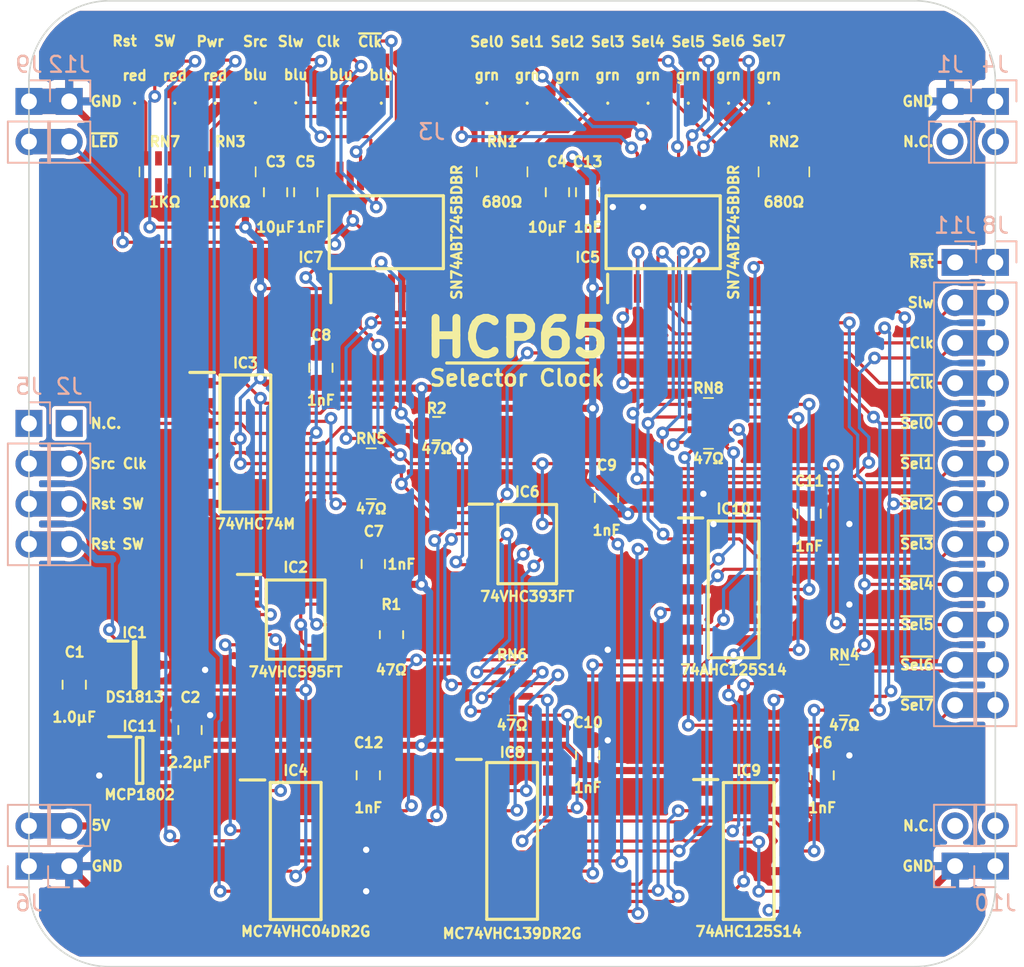
<source format=kicad_pcb>
(kicad_pcb (version 20221018) (generator pcbnew)
  (layers (0 "F.Cu" signal) (31 "B.Cu" signal) (37 "F.SilkS" user "F.Silkscreen") (38 "B.Mask" user) (39 "F.Mask" user) (44 "Edge.Cuts" user))
  (net 0 "")
  (net 1 "/~{Clock}")
  (net 2 "/Count 1 A")
  (net 3 "/Count 1 B")
  (net 4 "/Count 2 B")
  (net 5 "/Count 2 A")
  (net 6 "/Clock")
  (net 7 "GND")
  (net 8 "/Reset Switch")
  (net 9 "/Source Clock")
  (net 10 "/~{Reset}")
  (net 11 "/Slow Selector")
  (net 12 "/~{Select 7}")
  (net 13 "/~{Select 6}")
  (net 14 "/~{Select 5}")
  (net 15 "/~{Select 4}")
  (net 16 "/~{Select 3}")
  (net 17 "/~{Select 2}")
  (net 18 "/~{Select 1}")
  (net 19 "/~{Select 0}")
  (net 20 "/~{Reset} GND")
  (net 21 "/Count 1 D")
  (net 22 "Net-(LED5-Pad1)")
  (net 23 "Net-(LED9-Pad1)")
  (net 24 "/Source 5V")
  (net 26 "Net-(IC5-Pad12)")
  (net 27 "/Reset Switch LED")
  (net 28 "/Reset LED")
  (net 29 "/Power LED")
  (net 30 "5V")
  (net 38 "Net-(IC5-Pad13)")
  (net 39 "Net-(IC5-Pad14)")
  (net 40 "Net-(IC5-Pad15)")
  (net 41 "Net-(IC5-Pad16)")
  (net 42 "Net-(IC5-Pad17)")
  (net 43 "Net-(IC5-Pad18)")
  (net 44 "Net-(IC5-Pad11)")
  (net 45 "Net-(IC7-Pad18)")
  (net 48 "Net-(IC7-Pad17)")
  (net 49 "Net-(IC7-Pad16)")
  (net 50 "Net-(IC7-Pad15)")
  (net 56 "/~{RST}")
  (net 57 "/Shift QA")
  (net 58 "/Shift QH")
  (net 59 "/Shift QG")
  (net 60 "/Shift QE")
  (net 61 "/Flop D2")
  (net 62 "/Flop Q2")
  (net 63 "/Flop ~{Q2}")
  (net 64 "/Flop ~{Q1}")
  (net 65 "/Flop Q1")
  (net 66 "/~{Shift QH}")
  (net 67 "/~{Shift QG}")
  (net 68 "/Count 2QA")
  (net 69 "/Count 2QB")
  (net 70 "/Count 1QD")
  (net 71 "/Count 1QB")
  (net 72 "/Count 1QA")
  (net 73 "/Line ~{Y0B}")
  (net 74 "/Line ~{Y1B}")
  (net 75 "/Line ~{Y2B}")
  (net 76 "/Line ~{Y3B}")
  (net 77 "/Line ~{Y3A}")
  (net 78 "/Line ~{Y2A}")
  (net 79 "/Line ~{Y1A}")
  (net 80 "/Line ~{Y0A}")
  (net 81 "/Drive1 4Y")
  (net 82 "/Drive1 3Y")
  (net 83 "/Drive1 2Y")
  (net 84 "/Drive1 1Y")
  (net 85 "/Drive2 4Y")
  (net 86 "/Drive2 3Y")
  (net 87 "/Drive2 2Y")
  (net 88 "/Drive2 1Y")
  (net 89 "Net-(LED2-Pad1)")
  (net 90 "Net-(LED3-Pad1)")
  (net 91 "Net-(LED4-Pad1)")
  (net 92 "Net-(LED6-Pad1)")
  (net 93 "Net-(LED7-Pad1)")
  (net 94 "Net-(LED8-Pad1)")
  (net 95 "Net-(LD13-Pad1)")
  (net 96 "Net-(LD14-Pad1)")
  (net 97 "Net-(LD15-Pad1)")
  (net 98 "Net-(LED1-Pad1)")
  (net 99 "Net-(LD10-Pad1)")
  (net 100 "Net-(LD11-Pad1)")
  (net 101 "Net-(LD12-Pad1)")
  (net 105 "/~{LED Enable}")
  (footprint "SamacSys_Parts:C_0805" (layer "F.Cu") (at 114.6175 102.235 180)
    (fp_text reference "C4")
    (fp_text value "C_0805" hide)
  )
  (footprint "SamacSys_Parts:SOP65P780X200-20N" (layer "F.Cu") (at 103.8225 104.775 90)
    (fp_text reference "IC7")
    (fp_text value "SN74ABT245BDBR")
  )
  (footprint "SamacSys_Parts:CAY16470J4LF" (layer "F.Cu") (at 111.76 133.6675 -90)
    (fp_text reference "RN6")
    (fp_text value "CAY16-470J4LF" hide)
  )
  (footprint "SamacSys_Parts:SOT95P237X112-3N" (layer "F.Cu") (at 87.9475 132.08)
    (fp_text reference "IC1")
    (fp_text value "DS1813R-10+T&R" hide)
  )
  (footprint "SamacSys_Parts:C_0805" (layer "F.Cu") (at 99.695 113.3475)
    (fp_text reference "C8")
    (fp_text value "C_0805" hide)
  )
  (footprint "SamacSys_Parts:R_0805" (layer "F.Cu") (at 106.9975 117.1575 90)
    (fp_text reference "R2")
    (fp_text value "R_0805" hide)
  )
  (footprint "SamacSys_Parts:SOP65P640X120-14N" (layer "F.Cu") (at 112.7125 124.46)
    (fp_text reference "IC6")
    (fp_text value "74VHC393FT")
  )
  (footprint "NetTie:NetTie-2_SMD_Pad0.5mm" (layer "F.Cu") (at 89.2175 94.615 90)
    (fp_text reference "NT2" hide)
    (fp_text value "NetTie" hide)
  )
  (footprint "SamacSys_Parts:150224VS73100A" (layer "F.Cu") (at 115.2525 94.903)
    (fp_text reference "LED3" hide)
    (fp_text value "150224VS73100A" hide)
  )
  (footprint "SamacSys_Parts:C_0805" (layer "F.Cu") (at 96.8375 102.235 180)
    (fp_text reference "C3")
    (fp_text value "C_0805" hide)
  )
  (footprint "SamacSys_Parts:150224BS73100A" (layer "F.Cu") (at 100.965 94.885)
    (fp_text reference "LD11" hide)
    (fp_text value "150224BS73100A" hide)
  )
  (footprint "SamacSys_Parts:C_0805" (layer "F.Cu") (at 117.712 121.5575)
    (fp_text reference "C9")
    (fp_text value "C_0805" hide)
  )
  (footprint "SamacSys_Parts:150224VS73100A" (layer "F.Cu") (at 122.8725 94.903)
    (fp_text reference "LED6" hide)
    (fp_text value "150224VS73100A" hide)
  )
  (footprint "SamacSys_Parts:CAY16-J4" (layer "F.Cu") (at 93.98 100.965)
    (fp_text reference "RN3")
    (fp_text value "CAY16-103J4LF" hide)
  )
  (footprint "NetTie:NetTie-2_SMD_Pad0.5mm" (layer "F.Cu") (at 86.0425 122.8725)
    (fp_text reference "NT3" hide)
    (fp_text value "NetTie_2")
  )
  (footprint "SamacSys_Parts:CAY16470J4LF" (layer "F.Cu") (at 132.715 133.6675 -90)
    (fp_text reference "RN4")
    (fp_text value "CAY16-470J4LF" hide)
  )
  (footprint "SamacSys_Parts:150224SS73100A" (layer "F.Cu") (at 93.0275 94.9325)
    (fp_text reference "LD15" hide)
    (fp_text value "150224SS73100" hide)
  )
  (footprint "SamacSys_Parts:150224VS73100A" (layer "F.Cu") (at 125.4125 94.903)
    (fp_text reference "LED7" hide)
    (fp_text value "150224VS73100A" hide)
  )
  (footprint "SamacSys_Parts:SOP65P640X120-16N" (layer "F.Cu") (at 98.1075 129.2225)
    (fp_text reference "IC2")
    (fp_text value "74VHC595FT")
  )
  (footprint "SamacSys_Parts:CAY16470J4LF" (layer "F.Cu") (at 102.87 120.015 -90)
    (fp_text reference "RN5")
    (fp_text value "CAY16-470J4LF" hide)
  )
  (footprint "SamacSys_Parts:SOIC127P600X175-14N" (layer "F.Cu") (at 94.9325 118.11)
    (fp_text reference "IC3")
    (fp_text value "74VHC74M")
  )
  (footprint "SamacSys_Parts:C_0805" (layer "F.Cu") (at 91.44 136.2075)
    (fp_text reference "C2")
    (fp_text value "C_0805" hide)
  )
  (footprint "SamacSys_Parts:C_0805" (layer "F.Cu") (at 130.4925 122.555)
    (fp_text reference "C11")
    (fp_text value "C_0805" hide)
  )
  (footprint "SamacSys_Parts:C_0805" (layer "F.Cu") (at 84.1375 133.35)
    (fp_text reference "C1")
    (fp_text value "C_0805" hide)
  )
  (footprint "SamacSys_Parts:SOIC127P600X173-14N" (layer "F.Cu") (at 126.6825 143.8275)
    (fp_text reference "IC9")
    (fp_text value "74AHC125S14")
  )
  (footprint "SamacSys_Parts:150224BS73100A" (layer "F.Cu") (at 103.505 94.9038)
    (fp_text reference "LD12" hide)
    (fp_text value "150224BS73100A" hide)
  )
  (footprint "SamacSys_Parts:150224VS73100A" (layer "F.Cu") (at 127.9525 94.903)
    (fp_text reference "LED8" hide)
    (fp_text value "150224VS73100A" hide)
  )
  (footprint "SamacSys_Parts:C_0805" (layer "F.Cu") (at 116.5225 102.235 180)
    (fp_text reference "C13")
    (fp_text value "C_0805" hide)
  )
  (footprint "SamacSys_Parts:C_0805" (layer "F.Cu") (at 116.5225 137.7925)
    (fp_text reference "C10")
    (fp_text value "C_0805" hide)
  )
  (footprint "SamacSys_Parts:SOIC127P600X175-14N" (layer "F.Cu") (at 98.1075 143.8275)
    (fp_text reference "IC4")
    (fp_text value "MC74VHC04DR2G")
  )
  (footprint "SamacSys_Parts:150224BS73100A" (layer "F.Cu") (at 98.1075 94.885)
    (fp_text reference "LD10" hide)
    (fp_text value "150224BS73100A" hide)
  )
  (footprint "SamacSys_Parts:SOP65P780X200-20N" (layer "F.Cu") (at 121.285 104.775 90)
    (fp_text reference "IC5")
    (fp_text value "SN74ABT245BDBR")
  )
  (footprint "SamacSys_Parts:R_0805" (layer "F.Cu") (at 104.14 130.175 180)
    (fp_text reference "R1")
    (fp_text value "R_0805" hide)
  )
  (footprint "SamacSys_Parts:150224SS73100A" (layer "F.Cu") (at 87.9475 94.9325)
    (fp_text reference "LD13" hide)
    (fp_text value "150224SS73100" hide)
  )
  (footprint "SamacSys_Parts:C_0805" (layer "F.Cu") (at 98.7425 102.235 180)
    (fp_text reference "C5")
    (fp_text value "C_0805" hide)
  )
  (footprint "SamacSys_Parts:150224VS73100A" (layer "F.Cu") (at 110.1725 94.903)
    (fp_text reference "LED1" hide)
    (fp_text value "150224VS73100A" hide)
  )
  (footprint "SamacSys_Parts:150224SS73100A" (layer "F.Cu") (at 90.4875 94.9325)
    (fp_text reference "LD14" hide)
    (fp_text value "150224SS73100" hide)
  )
  (footprint "SamacSys_Parts:150224VS73100A" (layer "F.Cu") (at 112.7125 94.903)
    (fp_text reference "LED2" hide)
    (fp_text value "150224VS73100A" hide)
  )
  (footprint "SamacSys_Parts:CAY16-J4" (layer "F.Cu") (at 111.125 100.965)
    (fp_text reference "RN1")
    (fp_text value "CAY16-681J4LF" hide)
  )
  (footprint "SamacSys_Parts:CAY16-J4" (layer "F.Cu") (at 128.905 100.965)
    (fp_text reference "RN2")
    (fp_text value "CAY16-681J4LF" hide)
  )
  (footprint "SamacSys_Parts:SOIC127P602X173-16N" (layer "F.Cu") (at 111.76 143.1925)
    (fp_text reference "IC8")
    (fp_text value "MC74VHC139DR2G")
  )
  (footprint "SamacSys_Parts:150224BS73100A" (layer "F.Cu") (at 95.5675 94.885)
    (fp_text reference "LED9" hide)
    (fp_text value "150224BS73100A" hide)
  )
  (footprint "SamacSys_Parts:C_0805" (layer "F.Cu") (at 102.685 139.0675)
    (fp_text reference "C12")
    (fp_text value "C_0805" hide)
  )
  (footprint "SamacSys_Parts:150224VS73100A" (layer "F.Cu") (at 117.7925 94.903)
    (fp_text reference "LED4" hide)
    (fp_text value "150224VS73100A" hide)
  )
  (footprint "SamacSys_Parts:C_0805" (layer "F.Cu") (at 131.3125 139.0675)
    (fp_text reference "C6")
    (fp_text value "C_0805" hide)
  )
  (footprint "SamacSys_Parts:150224VS73100A" (layer "F.Cu") (at 120.3325 94.903)
    (fp_text reference "LED5" hide)
    (fp_text value "150224VS73100A" hide)
  )
  (footprint "SamacSys_Parts:SOT95P270X145-5N" (layer "F.Cu") (at 88.265 138.1125)
    (fp_text reference "IC11")
    (fp_text value "MCP1802T-5002I_OT" hide)
  )
  (footprint "SamacSys_Parts:C_0805" (layer "F.Cu") (at 103.0025 125.73)
    (fp_text reference "C7")
    (fp_text value "C_0805" hide)
  )
  (footprint "SamacSys_Parts:CAY16470J4LF" (layer "F.Cu") (at 124.1425 116.84 90)
    (fp_text reference "RN8")
    (fp_text value "CAY16-470J4LF" hide)
  )
  (footprint "SamacSys_Parts:CAY16-J4" (layer "F.Cu") (at 89.8525 100.965)
    (fp_text reference "RN7")
    (fp_text value "CAY16-102J4LF" hide)
  )
  (footprint "SamacSys_Parts:SOIC127P600X173-14N" (layer "F.Cu") (at 125.73 127.3175)
    (fp_text reference "IC10")
    (fp_text value "74AHC125S14")
  )
  (footprint "Connector_PinHeader_2.54mm:PinHeader_1x02_P2.54mm_Vertical" (layer "B.Cu") (at 81.28 96.52 180)
    (fp_text reference "J9")
    (fp_text value "Conn_01x02_Male")
  )
  (footprint "Connector_PinHeader_2.54mm:PinHeader_1x12_P2.54mm_Vertical" (layer "B.Cu") (at 139.7 106.68 180)
    (fp_text reference "J11")
    (fp_text value "Conn_01x12_Male")
  )
  (footprint "Connector_PinHeader_2.54mm:PinHeader_1x12_P2.54mm_Vertical" (layer "B.Cu") (at 142.24 106.68 180)
    (fp_text reference "J8")
    (fp_text value "Conn_01x12_Male")
  )
  (footprint "Connector_PinHeader_2.54mm:PinHeader_1x02_P2.54mm_Vertical" (layer "B.Cu") (at 142.24 96.52 180)
    (fp_text reference "J4")
    (fp_text value "Conn_01x02_Male")
  )
  (footprint "Connector_PinHeader_2.54mm:PinHeader_1x04_P2.54mm_Vertical" (layer "B.Cu") (at 81.28 116.84 180)
    (fp_text reference "J5")
    (fp_text value "Conn_01x04_Male")
  )
  (footprint "Connector_PinHeader_2.54mm:PinHeader_1x02_P2.54mm_Vertical" (layer "B.Cu") (at 139.3825 96.52 180)
    (fp_text reference "J1")
    (fp_text value "Conn_01x02_Male")
  )
  (footprint "Connector_PinHeader_2.54mm:PinHeader_1x02_P2.54mm_Vertical" (layer "B.Cu") (at 83.82 144.785)
    (fp_text reference "J3")
    (fp_text value "Conn_01x02_Male")
  )
  (footprint "Connector_PinHeader_2.54mm:PinHeader_1x02_P2.54mm_Vertical" (layer "B.Cu") (at 83.82 96.52 180)
    (fp_text reference "J12")
    (fp_text value "Conn_01x02_Male")
  )
  (footprint "NetTie:NetTie-2_SMD_Pad0.5mm" (layer "B.Cu") (at 86.0425 125.4125)
    (fp_text reference "NT1" hide)
    (fp_text value "NetTie_2")
  )
  (footprint "Connector_PinHeader_2.54mm:PinHeader_1x02_P2.54mm_Vertical" (layer "B.Cu") (at 81.28 144.785)
    (fp_text reference "J6")
    (fp_text value "Conn_01x02_Male")
  )
  (footprint "Connector_PinHeader_2.54mm:PinHeader_1x04_P2.54mm_Vertical" (layer "B.Cu") (at 83.82 116.84 180)
    (fp_text reference "J2")
    (fp_text value "Conn_01x04_Male")
  )
  (footprint "Connector_PinHeader_2.54mm:PinHeader_1x02_P2.54mm_Vertical" (layer "B.Cu") (at 142.24 144.78)
    (fp_text reference "J10")
    (fp_text value "Conn_01x02_Male")
  )
  (footprint "Connector_PinHeader_2.54mm:PinHeader_1x02_P2.54mm_Vertical" (layer "B.Cu") (at 139.7 144.78)
    (fp_text reference "J7")
    (fp_text value "Conn_01x02_Male")
  )
  (gr_line (start 107.6325 113.03) (end 116.5225 113.03) (stroke (width 0.2)) (layer "F.SilkS"))
  (gr_arc (start 81.28 95.25) (mid 82.767897 91.657896) (end 86.36 90.17) (stroke (width 0.1)) (layer "Edge.Cuts"))
  (gr_line (start 86.359996 90.17) (end 137.160004 90.17) (stroke (width 0.1)) (layer "Edge.Cuts"))
  (gr_line (start 137.160004 151.13) (end 86.360004 151.13) (stroke (width 0.1)) (layer "Edge.Cuts"))
  (gr_arc (start 86.360004 151.13) (mid 82.767902 149.642102) (end 81.280004 146.05) (stroke (width 0.1)) (layer "Edge.Cuts"))
  (gr_line (start 81.28 95.25) (end 81.280004 146.05) (stroke (width 0.1)) (layer "Edge.Cuts"))
  (gr_arc (start 137.160004 90.17) (mid 140.752106 91.657898) (end 142.240004 95.25) (stroke (width 0.1)) (layer "Edge.Cuts"))
  (gr_line (start 142.240004 146.05) (end 142.240004 95.25) (stroke (width 0.1)) (layer "Edge.Cuts"))
  (gr_arc (start 142.240004 146.05) (mid 140.752107 149.642104) (end 137.160004 151.13) (stroke (width 0.1)) (layer "Edge.Cuts"))
  (gr_text "~{Sel3}" (at 138.43 124.46) (layer "F.SilkS") (effects (font (size 0.635 0.635)) (justify right)))
  (gr_text "Sel5" (at 122.8725 92.7575) (layer "F.SilkS") (effects (font (size 0.635 0.635))))
  (gr_text "Src" (at 95.5675 92.7395) (layer "F.SilkS") (effects (font (size 0.635 0.635))))
  (gr_text "Clk" (at 138.43 111.76) (layer "F.SilkS") (effects (font (size 0.635 0.635)) (justify right)))
  (gr_text "~{Sel4}" (at 138.43 127) (layer "F.SilkS") (effects (font (size 0.635 0.635)) (justify right)))
  (gr_text "Clk" (at 100.17 92.7387) (layer "F.SilkS") (effects (font (size 0.635 0.635))))
  (gr_text "N.C." (at 138.43 99.06) (layer "F.SilkS") (effects (font (size 0.635 0.635)) (justify right)))
  (gr_text "~{Sel0}" (at 138.43 116.84) (layer "F.SilkS") (effects (font (size 0.635 0.635)) (justify right)))
  (gr_text "~{Rst}" (at 138.43 106.68) (layer "F.SilkS") (effects (font (size 0.635 0.635)) (justify right)))
  (gr_text "~{Sel5}" (at 138.43 129.54) (layer "F.SilkS") (effects (font (size 0.635 0.635)) (justify right)))
  (gr_text "Sel0" (at 110.1725 92.7575) (layer "F.SilkS") (effects (font (size 0.635 0.635))))
  (gr_text "N.C." (at 138.43 142.24) (layer "F.SilkS") (effects (font (size 0.635 0.635)) (justify right)))
  (gr_text "~{Clk}" (at 102.79 92.7575) (layer "F.SilkS") (effects (font (size 0.635 0.635))))
  (gr_text "GND" (at 138.43 96.52) (layer "F.SilkS") (effects (font (size 0.635 0.635)) (justify right)))
  (gr_text "~{Sel1}" (at 138.43 119.38) (layer "F.SilkS") (effects (font (size 0.635 0.635)) (justify right)))
  (gr_text "HCP65" (at 112.0775 111.4425) (layer "F.SilkS") (effects (font (size 2.3 2.3) (thickness 0.5))))
  (gr_text "Sel4" (at 120.3325 92.7575) (layer "F.SilkS") (effects (font (size 0.635 0.635))))
  (gr_text "Src Clk" (at 85.09 119.38) (layer "F.SilkS") (effects (font (size 0.635 0.635)) (justify left)))
  (gr_text "Sel1" (at 112.7125 92.7575) (layer "F.SilkS") (effects (font (size 0.635 0.635))))
  (gr_text "~{Sel2}" (at 138.43 121.92) (layer "F.SilkS") (effects (font (size 0.635 0.635)) (justify right)))
  (gr_text "~{Sel7}" (at 138.43 134.62) (layer "F.SilkS") (effects (font (size 0.635 0.635)) (justify right)))
  (gr_text "Slw" (at 97.79 92.7387) (layer "F.SilkS") (effects (font (size 0.635 0.635))))
  (gr_text "Rst" (at 87.3125 92.71) (layer "F.SilkS") (effects (font (size 0.635 0.635))))
  (gr_text "Sel2" (at 115.2525 92.7575) (layer "F.SilkS") (effects (font (size 0.635 0.635))))
  (gr_text "~{Sel6}" (at 138.43 132.08) (layer "F.SilkS") (effects (font (size 0.635 0.635)) (justify right)))
  (gr_text "5V" (at 85.15 142.21) (layer "F.SilkS") (effects (font (size 0.635 0.635)) (justify left)))
  (gr_text "Pwr" (at 92.71 92.7415) (layer "F.SilkS") (effects (font (size 0.635 0.635))))
  (gr_text "N.C." (at 85.09 116.84) (layer "F.SilkS") (effects (font (size 0.635 0.635)) (justify left)))
  (gr_text "~{Clk}" (at 138.43 114.3) (layer "F.SilkS") (effects (font (size 0.635 0.635)) (justify right)))
  (gr_text "Sel6" (at 125.4125 92.71) (layer "F.SilkS") (effects (font (size 0.635 0.635))))
  (gr_text "~{LED}" (at 85.09 99.06) (layer "F.SilkS") (effects (font (size 0.635 0.635)) (justify left)))
  (gr_text "SW" (at 89.8525 92.71) (layer "F.SilkS") (effects (font (size 0.635 0.635))))
  (gr_text "Rst SW" (at 85.09 121.92) (layer "F.SilkS") (effects (font (size 0.635 0.635)) (justify left)))
  (gr_text "GND" (at 85.15 144.78) (layer "F.SilkS") (effects (font (size 0.635 0.635)) (justify left)))
  (gr_text "GND" (at 138.43 144.78) (layer "F.SilkS") (effects (font (size 0.635 0.635)) (justify right)))
  (gr_text "Selector Clock" (at 112.0775 113.9825) (layer "F.SilkS") (effects (font (size 1 1) (thickness 0.2))))
  (gr_text "Rst SW" (at 85.09 124.46) (layer "F.SilkS") (effects (font (size 0.635 0.635)) (justify left)))
  (gr_text "GND" (at 85.09 96.52) (layer "F.SilkS") (effects (font (size 0.635 0.635)) (justify left)))
  (gr_text "Sel7" (at 127.9525 92.71) (layer "F.SilkS") (effects (font (size 0.635 0.635))))
  (gr_text "Slw" (at 138.43 109.22) (layer "F.SilkS") (effects (font (size 0.635 0.635)) (justify right)))
  (gr_text "Sel3" (at 117.7925 92.7575) (layer "F.SilkS") (effects (font (size 0.635 0.635))))
  (segment (start 139.7 114.3) (end 142.24 114.3) (width 1.6) (layer "F.Cu") (net 1))
  (segment (start 133.0325 112.395) (end 112.7125 112.395) (width 0.2) (layer "F.Cu") (net 1))
  (segment (start 109.73749 122.47299) (end 106.59799 122.47299) (width 0.2) (layer "F.Cu") (net 1))
  (segment (start 111.4425 121.3545) (end 111.4425 121.285) (width 0.2) (layer "F.Cu") (net 1))
  (segment (start 134.9375 114.3) (end 133.0325 112.395) (width 0.2) (layer "F.Cu") (net 1))
  (segment (start 99.668744 116.194511) (end 100.040256 115.822999) (width 0.2) (layer "F.Cu") (net 1))
  (segment (start 104.775 120.02) (end 104.775 120.65) (width 0.2) (layer "F.Cu") (net 1))
  (segment (start 102.8475 108.325) (end 102.8475 107.3375) (width 0.2) (layer "F.Cu") (net 1))
  (segment (start 100.040256 115.822999) (end 104.392999 115.822999) (width 0.2) (layer "F.Cu") (net 1))
  (segment (start 103.72 119.615) (end 104.37 119.615) (width 0.2) (layer "F.Cu") (net 1))
  (segment (start 106.59799 122.47299) (end 104.775 120.65) (width 0.2) (layer "F.Cu") (net 1))
  (segment (start 139.7 114.3) (end 134.9375 114.3) (width 0.2) (layer "F.Cu") (net 1))
  (segment (start 102.8475 107.3375) (end 103.505 106.68) (width 0.2) (layer "F.Cu") (net 1))
  (segment (start 104.392999 115.822999) (end 104.775 116.205) (width 0.2) (layer "F.Cu") (net 1))
  (segment (start 92.2075 115.57) (end 92.832011 116.194511) (width 0.2) (layer "F.Cu") (net 1))
  (segment (start 92.832011 116.194511) (end 99.668744 116.194511) (width 0.2) (layer "F.Cu") (net 1))
  (segment (start 110.287 122.51) (end 111.4425 121.3545) (width 0.2) (layer "F.Cu") (net 1))
  (segment (start 104.37 119.615) (end 104.775 120.02) (width 0.2) (layer "F.Cu") (net 1))
  (via (at 111.4425 121.285) (size 0.8) (drill 0.4) (layers "F.Cu" "B.Cu") (net 1))
  (via (at 112.7125 112.395) (size 0.8) (drill 0.4) (layers "F.Cu" "B.Cu") (net 1))
  (via (at 104.775 120.65) (size 0.8) (drill 0.4) (layers "F.Cu" "B.Cu") (net 1))
  (via (at 104.775 116.205) (size 0.8) (drill 0.4) (layers "F.Cu" "B.Cu") (net 1))
  (via (at 103.505 106.68) (size 0.8) (drill 0.4) (layers "F.Cu" "B.Cu") (net 1))
  (segment (start 104.710499 116.140499) (end 104.710499 107.885499) (width 0.2) (layer "B.Cu") (net 1))
  (segment (start 104.710499 107.885499) (end 103.505 106.68) (width 0.2) (layer "B.Cu") (net 1))
  (segment (start 142.24 114.3) (end 139.7 114.3) (width 1.6) (layer "B.Cu") (net 1))
  (segment (start 104.775 116.205) (end 105.404501 116.834501) (width 0.2) (layer "B.Cu") (net 1))
  (segment (start 105.404501 116.834501) (end 105.404501 120.020499) (width 0.2) (layer "B.Cu") (net 1))
  (segment (start 111.4425 121.285) (end 111.4425 113.665) (width 0.2) (layer "B.Cu") (net 1))
  (segment (start 111.4425 113.665) (end 112.7125 112.395) (width 0.2) (layer "B.Cu") (net 1))
  (segment (start 105.404501 120.020499) (end 104.775 120.65) (width 0.2) (layer "B.Cu") (net 1))
  (segment (start 104.775 116.205) (end 104.710499 116.140499) (width 0.2) (layer "B.Cu") (net 1))
  (segment (start 112.61 133.2675) (end 114.101893 133.2675) (width 0.2) (layer "F.Cu") (net 2))
  (segment (start 109.035 140.0175) (end 112.648 140.0175) (width 0.2) (layer "F.Cu") (net 2))
  (segment (start 114.101893 133.2675) (end 114.648778 132.720615) (width 0.2) (layer "F.Cu") (net 2))
  (via (at 114.648778 132.720615) (size 0.8) (drill 0.4) (layers "F.Cu" "B.Cu") (net 2))
  (via (at 112.648 140.0175) (size 0.8) (drill 0.4) (layers "F.Cu" "B.Cu") (net 2))
  (segment (start 114.57514 132.720615) (end 114.648778 132.720615) (width 0.2) (layer "B.Cu") (net 2))
  (segment (start 112.648 134.647755) (end 114.57514 132.720615) (width 0.2) (layer "B.Cu") (net 2))
  (segment (start 112.648 140.0175) (end 112.648 134.647755) (width 0.2) (layer "B.Cu") (net 2))
  (segment (start 109.035 141.2875) (end 112.032643 141.2875) (width 0.2) (layer "F.Cu") (net 3))
  (segment (start 113.58848 132.4675) (end 113.665 132.54402) (width 0.2) (layer "F.Cu") (net 3))
  (segment (start 112.61 132.4675) (end 113.58848 132.4675) (width 0.2) (layer "F.Cu") (net 3))
  (segment (start 112.032643 141.2875) (end 112.060588 141.259555) (width 0.2) (layer "F.Cu") (net 3))
  (via (at 112.060588 141.259555) (size 0.8) (drill 0.4) (layers "F.Cu" "B.Cu") (net 3))
  (via (at 113.665 132.54402) (size 0.8) (drill 0.4) (layers "F.Cu" "B.Cu") (net 3))
  (segment (start 111.948499 134.260521) (end 113.665 132.54402) (width 0.2) (layer "B.Cu") (net 3))
  (segment (start 112.060588 141.259555) (end 111.948499 141.147466) (width 0.2) (layer "B.Cu") (net 3))
  (segment (start 111.948499 141.147466) (end 111.948499 134.260521) (width 0.2) (layer "B.Cu") (net 3))
  (segment (start 113.7475 134.0675) (end 113.9825 134.3025) (width 0.2) (layer "F.Cu") (net 4))
  (segment (start 112.61 134.0675) (end 113.7475 134.0675) (width 0.2) (layer "F.Cu") (net 4))
  (segment (start 113.032014 142.5575) (end 112.395631 143.193883) (width 0.2) (layer "F.Cu") (net 4))
  (segment (start 114.485 142.5575) (end 113.032014 142.5575) (width 0.2) (layer "F.Cu") (net 4))
  (via (at 112.395631 143.193883) (size 0.8) (drill 0.4) (layers "F.Cu" "B.Cu") (net 4))
  (via (at 113.9825 134.3025) (size 0.8) (drill 0.4) (layers "F.Cu" "B.Cu") (net 4))
  (segment (start 112.395631 143.193883) (end 113.9825 141.607014) (width 0.2) (layer "B.Cu") (net 4))
  (segment (start 113.9825 141.607014) (end 113.9825 134.3025) (width 0.2) (layer "B.Cu") (net 4))
  (segment (start 115.665421 141.2875) (end 115.859487 141.093434) (width 0.2) (layer "F.Cu") (net 5))
  (segment (start 114.485 141.2875) (end 115.665421 141.2875) (width 0.2) (layer "F.Cu") (net 5))
  (segment (start 112.61 134.8675) (end 112.9975 135.255) (width 0.2) (layer "F.Cu") (net 5))
  (segment (start 112.9975 135.255) (end 115.2525 135.255) (width 0.2) (layer "F.Cu") (net 5))
  (via (at 115.859487 141.093434) (size 0.8) (drill 0.4) (layers "F.Cu" "B.Cu") (net 5))
  (via (at 115.2525 135.255) (size 0.8) (drill 0.4) (layers "F.Cu" "B.Cu") (net 5))
  (segment (start 115.859487 137.766987) (end 115.2525 137.16) (width 0.2) (layer "B.Cu") (net 5))
  (segment (start 115.859487 141.093434) (end 115.859487 137.766987) (width 0.2) (layer "B.Cu") (net 5))
  (segment (start 115.2525 137.16) (end 115.2525 135.255) (width 0.2) (layer "B.Cu") (net 5))
  (segment (start 115.6505 123.16) (end 113.695 123.16) (width 0.2) (layer "F.Cu") (net 6))
  (segment (start 102.170499 108.352001) (end 102.170499 110.779743) (width 0.2) (layer "F.Cu") (net 6))
  (segment (start 113.665 119.38) (end 120.015 119.38) (width 0.2) (layer "F.Cu") (net 6))
  (segment (start 105.27 119.38) (end 113.665 119.38) (width 0.2) (layer "F.Cu") (net 6))
  (segment (start 120.820988 120.185988) (end 133.380405 120.185988) (width 0.2) (layer "F.Cu") (net 6))
  (segment (start 138.7475 112.7125) (end 134.62 112.7125) (width 0.2) (layer "F.Cu") (net 6))
  (segment (start 104.705 118.815) (end 105.27 119.38) (width 0.2) (layer "F.Cu") (net 6))
  (segment (start 139.7 111.76) (end 138.7475 112.7125) (width 0.2) (layer "F.Cu") (net 6))
  (segment (start 103.72 118.815) (end 104.705 118.815) (width 0.2) (layer "F.Cu") (net 6))
  (segment (start 120.015 119.38) (end 120.820988 120.185988) (width 0.2) (layer "F.Cu") (net 6))
  (segment (start 113.695 123.16) (end 113.665 123.19) (width 0.2) (layer "F.Cu") (net 6))
  (segment (start 142.24 111.76) (end 139.7 111.76) (width 1.6) (layer "F.Cu") (net 6))
  (segment (start 133.380405 120.185988) (end 134.256511 119.309882) (width 0.2) (layer "F.Cu") (net 6))
  (segment (start 102.170499 110.779743) (end 103.295628 111.904872) (width 0.2) (layer "F.Cu") (net 6))
  (via (at 103.295628 111.904872) (size 0.8) (drill 0.4) (layers "F.Cu" "B.Cu") (net 6))
  (via (at 113.665 123.19) (size 0.8) (drill 0.4) (layers "F.Cu" "B.Cu") (net 6))
  (via (at 134.62 112.7125) (size 0.8) (drill 0.4) (layers "F.Cu" "B.Cu") (net 6))
  (via (at 134.256511 119.309882) (size 0.8) (drill 0.4) (layers "F.Cu" "B.Cu") (net 6))
  (via (at 104.705 118.815) (size 0.8) (drill 0.4) (layers "F.Cu" "B.Cu") (net 6))
  (via (at 113.665 119.38) (size 0.8) (drill 0.4) (layers "F.Cu" "B.Cu") (net 6))
  (segment (start 134.62 112.7125) (end 133.6675 113.665) (width 0.2) (layer "B.Cu") (net 6))
  (segment (start 104.705 118.815) (end 103.295628 117.405628) (width 0.2) (layer "B.Cu") (net 6))
  (segment (start 139.7 111.76) (end 142.24 111.76) (width 1.6) (layer "B.Cu") (net 6))
  (segment (start 134.256511 117.709747) (end 134.256511 119.309882) (width 0.2) (layer "B.Cu") (net 6))
  (segment (start 113.665 123.19) (end 113.665 119.38) (width 0.2) (layer "B.Cu") (net 6))
  (segment (start 103.295628 117.405628) (end 103.295628 111.904872) (width 0.2) (layer "B.Cu") (net 6))
  (segment (start 133.6675 113.665) (end 133.6675 117.120736) (width 0.2) (layer "B.Cu") (net 6))
  (segment (start 133.6675 117.120736) (end 134.256511 117.709747) (width 0.2) (layer "B.Cu") (net 6))
  (segment (start 98.7425 103.201) (end 99.7085 103.201) (width 0.45) (layer "F.Cu") (net 7))
  (segment (start 95.0515 124.764) (end 92.2075 121.92) (width 0.45) (layer "F.Cu") (net 7))
  (segment (start 92.075 132.08) (end 92.3925 132.3975) (width 0.45) (layer "F.Cu") (net 7))
  (segment (start 109.925 101.815) (end 110.725 101.815) (width 0.45) (layer "F.Cu") (net 7))
  (segment (start 81.28 96.52) (end 83.82 96.52) (width 1.6) (layer "F.Cu") (net 7))
  (segment (start 83.82 144.78) (end 81.28 144.78) (width 1.6) (layer "F.Cu") (net 7))
  (segment (start 118.3895 121.285) (end 117.712 120.6075) (width 0.45) (layer "F.Cu") (net 7))
  (segment (start 111.525 101.815) (end 112.325 101.815) (width 0.45) (layer "F.Cu") (net 7))
  (segment (start 130.175 141.2875) (end 132.08 143.1925) (width 0.2) (layer "F.Cu") (net 7))
  (segment (start 105.4475 108.325) (end 106.0975 108.325) (width 0.45) (layer "F.Cu") (net 7))
  (segment (start 91.4535 135.255) (end 92.71 135.255) (width 0.45) (layer "F.Cu") (net 7))
  (segment (start 84.1375 132.4) (end 83.5 132.4) (width 0.45) (layer "F.Cu") (net 7))
  (segment (start 90.089511 102.689511) (end 90.2525 102.526522) (width 0.45) (layer "F.Cu") (net 7))
  (segment (start 110.725 101.815) (end 111.525 101.815) (width 0.45) (layer "F.Cu") (net 7))
  (segment (start 109.9875 148.59) (end 123.019 148.59) (width 0.45) (layer "F.Cu") (net 7))
  (segment (start 109.7745 126.41) (end 106.621024 126.41) (width 0.45) (layer "F.Cu") (net 7))
  (segment (start 117.7925 136.8425) (end 119.0515 138.1015) (width 0.45) (layer "F.Cu") (net 7))
  (segment (start 104.1475 108.325) (end 104.7975 108.325) (width 0.45) (layer "F.Cu") (net 7))
  (segment (start 108.285489 148.387011) (end 109.035 147.6375) (width 0.45) (layer "F.Cu") (net 7))
  (segment (start 102.5525 146.3675) (end 100.8325 146.3675) (width 0.45) (layer "F.Cu") (net 7))
  (segment (start 91.255 122.8725) (end 92.2075 121.92) (width 0.45) (layer "F.Cu") (net 7))
  (segment (start 88.9975 129.6375) (end 87.9475 128.5875) (width 0.45) (layer "F.Cu") (net 7))
  (segment (start 123.9715 143.8275) (end 125.4125 143.8275) (width 0.2) (layer "F.Cu") (net 7))
  (segment (start 129.3935 141.2875) (end 130.175 141.2875) (width 0.2) (layer "F.Cu") (net 7))
  (segment (start 106.0975 108.325) (end 106.7475 108.325) (width 0.45) (layer "F.Cu") (net 7))
  (segment (start 88.815489 102.689511) (end 90.089511 102.689511) (width 0.45) (layer "F.Cu") (net 7))
  (segment (start 120.015 104.4575) (end 119.0625 105.41) (width 0.45) (layer "F.Cu") (net 7))
  (segment (start 113.6785 103.201) (end 114.6175 103.201) (width 0.45) (layer "F.Cu") (net 7))
  (segment (start 119.0515 138.1015) (end 131.3125 138.1015) (width 0.45) (layer "F.Cu") (net 7))
  (segment (start 91.0525 101.815) (end 92.78 101.815) (width 0.45) (layer "F.Cu") (net 7))
  (segment (start 85.715 138.2625) (end 85.865 138.1125) (width 0.45) (layer "F.Cu") (net 7))
  (segment (start 112.325 101.815) (end 112.325 101.8475) (width 0.45) (layer "F.Cu") (net 7))
  (segment (start 139.7 96.52) (end 142.24 96.52) (width 1.6) (layer "F.Cu") (net 7))
  (segment (start 88.6525 101.815) (end 88.6525 102.526522) (width 0.45) (layer "F.Cu") (net 7))
  (segment (start 132.08 143.1925) (end 132.08 144.145) (width 0.2) (layer "F.Cu") (net 7))
  (segment (start 82.55 134.7975) (end 85.865 138.1125) (width 0.45) (layer "F.Cu") (net 7))
  (segment (start 136.092989 148.387011) (end 139.7 144.78) (width 0.45) (layer "F.Cu") (net 7))
  (segment (start 132.715 144.78) (end 137.991 144.78) (width 0.2) (layer "F.Cu") (net 7))
  (segment (start 84.1375 129.54) (end 84.1375 132.4) (width 0.45) (layer "F.Cu") (net 7))
  (segment (start 100.965 106.3625) (end 86.995 106.3625) (width 0.45) (layer "F.Cu") (net 7))
  (segment (start 95.3825 147.6375) (end 96.132011 148.387011) (width 0.45) (layer "F.Cu") (net 7))
  (segment (start 88.6525 102.526522) (end 88.815489 102.689511) (width 0.45) (layer "F.Cu") (net 7))
  (segment (start 125.946011 148.387011) (end 136.092989 148.387011) (width 0.45) (layer "F.Cu") (net 7))
  (segment (start 125.1965 147.6375) (end 125.946011 148.387011) (width 0.45) (layer "F.Cu") (net 7))
  (segment (start 83.82 144.785) (end 86.6725 147.6375) (width 0.45) (layer "F.Cu") (net 7))
  (segment (start 123.9715 147.6375) (end 125.1965 147.6375) (width 0.45) (layer "F.Cu") (net 7))
  (segment (start 131.3125 138.1015) (end 132.726 138.1015) (width 0.45) (layer "F.Cu") (net 7))
  (segment (start 86.995 106.3625) (end 86.36 105.7275) (width 0.45) (layer "F.Cu") (net 7))
  (segment (start 137.991 144.78) (end 139.7 144.78) (width 0.45) (layer "F.Cu") (net 7))
  (segment (start 86.36 99.06) (end 83.82 96.52) (width 0.45) (layer "F.Cu") (net 7))
  (segment (start 104.7975 108.325) (end 105.4475 108.325) (width 0.45) (layer "F.Cu") (net 7))
  (segment (start 104.975024 124.764) (end 95.0515 124.764) (width 0.45) (layer "F.Cu") (net 7))
  (segment (start 123.019 127.3175) (end 121.6025 127.3175) (width 0.2) (layer "F.Cu") (net 7))
  (segment (start 123.019 131.1275) (end 117.7925 131.1275) (width 0.45) (layer "F.Cu") (net 7))
  (segment (start 83.5 132.4) (end 82.55 133.35) (width 0.45) (layer "F.Cu") (net 7))
  (segment (start 123.9715 140.0175) (end 114.485 140.0175) (width 0.45) (layer "F.Cu") (net 7))
  (segment (start 86.36 105.7275) (end 86.36 99.06) (width 0.45) (layer "F.Cu") (net 7))
  (segment (start 97.155 103.185) (end 99.06 103.185) (width 0.45) (layer "F.Cu") (net 7))
  (segment (start 95.18 101.815) (end 94.38 101.815) (width 0.45) (layer "F.Cu") (net 7))
  (segment (start 101.9175 105.41) (end 100.965 106.3625) (width 0.45) (layer "F.Cu") (net 7))
  (segment (start 92.78 101.815) (end 93.58 101.815) (width 0.45) (layer "F.Cu") (net 7))
  (segment (start 126.6825 145.0975) (end 129.3935 145.0975) (width 0.2) (layer "F.Cu") (net 7))
  (segment (start 87.9475 128.5875) (end 85.09 128.5875) (width 0.45) (layer "F.Cu") (net 7))
  (segment (start 85.865 138.1125) (end 87.015 138.1125) (width 0.45) (layer "F.Cu") (net 7))
  (segment (start 90.2525 102.526522) (end 90.2525 101.815) (width 0.45) (layer "F.Cu") (net 7))
  (segment (start 93.58 101.815) (end 94.38 101.815) (width 0.45) (layer "F.Cu") (net 7))
  (segment (start 132.08 144.145) (end 131.1275 145.0975) (width 0.2) (layer "F.Cu") (net 7))
  (segment (start 121.6025 127.3175) (end 117.7925 131.1275) (width 0.2) (layer "F.Cu") (net 7))
  (segment (start 102.477511 143.8275) (end 102.5525 143.752511) (width 0.45) (layer "F.Cu") (net 7))
  (segment (start 123.825 121.285) (end 118.3895 121.285) (width 0.45) (layer "F.Cu") (net 7))
  (segment (start 88.9975 132.08) (end 92.075 132.08) (width 0.45) (layer "F.Cu") (net 7))
  (segment (start 106.621024 126.41) (end 104.975024 124.764) (width 0.45) (layer "F.Cu") (net 7))
  (segment (start 131.1275 145.0975) (end 129.3935 145.0975) (width 0.2) (layer "F.Cu") (net 7))
  (segment (start 120.015 103.1875) (end 120.015 104.4575) (width 0.45) (layer "F.Cu") (net 7))
  (segment (start 86.5425 122.8725) (end 91.255 122.8725) (width 0.45) (layer "F.Cu") (net 7))
  (segment (start 88.9975 132.08) (end 88.9975 129.6375) (width 0.45) (layer "F.Cu") (net 7))
  (segment (start 118.0965 103.201) (end 118.11 103.1875) (width 0.45) (layer "F.Cu") (net 7))
  (segment (start 125.4125 143.8275) (end 126.6825 145.0975) (width 0.2) (layer "F.Cu") (net 7))
  (segment (start 123.019 148.59) (end 123.9715 147.6375) (width 0.45) (layer "F.Cu") (net 7))
  (segment (start 85.715 139.065) (end 85.715 138.2625) (width 0.45) (layer "F.Cu") (net 7))
  (segment (start 99.7085 103.201) (end 101.9175 105.41) (width 0.45) (layer "F.Cu") (net 7))
  (segment (start 116.5225 136.8425) (end 117.7925 136.8425) (width 0.45) (layer "F.Cu") (net 7))
  (segment (start 90.2525 101.815) (end 91.0525 101.815) (width 0.45) (layer "F.Cu") (net 7))
  (segment (start 123.019 123.5075) (end 124.1425 123.5075) (width 0.45) (layer "F.Cu") (net 7))
  (segment (start 132.726 138.1015) (end 133.0325 137.795) (width 0.45) (layer "F.Cu") (net 7))
  (segment (start 109.035 147.6375) (end 109.9875 148.59) (width 0.45) (layer "F.Cu") (net 7))
  (segment (start 124.1425 123.5075) (end 124.46 123.19) (width 0.45) (layer "F.Cu") (net 7))
  (segment (start 139.7 144.78) (end 142.24 144.78) (width 1.6) (layer "F.Cu") (net 7))
  (segment (start 130.1725 121.285) (end 130.4925 121.605) (width 0.45) (layer "F.Cu") (net 7))
  (segment (start 85.09 128.5875) (end 84.1375 129.54) (width 0.45) (layer "F.Cu") (net 7))
  (segment (start 132.08 144.145) (end 132.715 144.78) (width 0.2) (layer "F.Cu") (net 7))
  (segment (start 82.55 133.35) (end 82.55 134.7975) (width 0.45) (layer "F.Cu") (net 7))
  (segment (start 114.6175 103.201) (end 116.5225 103.201) (width 0.45) (layer "F.Cu") (net 7))
  (segment (start 100.8325 143.8275) (end 102.477511 143.8275) (width 0.45) (layer "F.Cu") (net 7))
  (segment (start 116.5225 103.201) (end 118.0965 103.201) (width 0.45) (layer "F.Cu") (net 7))
  (segment (start 112.325 101.8475) (end 113.6785 103.201) (width 0.45) (layer "F.Cu") (net 7))
  (segment (start 119.0625 105.41) (end 101.9175 105.41) (width 0.45) (layer "F.Cu") (net 7))
  (segment (start 86.6725 147.6375) (end 95.3825 147.6375) (width 0.45) (layer "F.Cu") (net 7))
  (segment (start 131.3125 138.1015) (end 137.991 144.78) (width 0.45) (layer "F.Cu") (net 7))
  (segment (start 123.825 121.285) (end 130.1725 121.285) (width 0.45) (layer "F.Cu") (net 7))
  (segment (start 96.132011 148.387011) (end 108.285489 148.387011) (width 0.45) (layer "F.Cu") (net 7))
  (via (at 133.0325 128.27) (size 0.8) (drill 0.4) (layers "F.Cu" "B.Cu") (net 7))
  (via (at 117.7925 131.1275) (size 0.8) (drill 0.4) (layers "F.Cu" "B.Cu") (net 7))
  (via (at 124.46 123.19) (size 0.8) (drill 0.4) (layers "F.Cu" "B.Cu") (net 7))
  (via (at 133.0325 137.795) (size 0.8) (drill 0.4) (layers "F.Cu" "B.Cu") (net 7))
  (via (at 120.015 103.1875) (size 0.8) (drill 0.4) (layers "F.Cu" "B.Cu") (net 7))
  (via (at 102.5525 146.3675) (size 0.8) (drill 0.4) (layers "F.Cu" "B.Cu") (net 7))
  (via (at 133.0325 123.19) (size 0.8) (drill 0.4) (layers "F.Cu" "B.Cu") (net 7))
  (via (at 117.7925 136.8425) (size 0.8) (drill 0.4) (layers "F.Cu" "B.Cu") (net 7))
  (via (at 92.3925 132.3975) (size 0.8) (drill 0.4) (layers "F.Cu" "B.Cu") (net 7))
  (via (at 123.825 121.285) (size 0.8) (drill 0.4) (layers "F.Cu" "B.Cu") (net 7))
  (via (at 85.715 139.065) (size 0.8) (drill 0.4) (layers "F.Cu" "B.Cu") (net 7))
  (via (at 102.5525 143.752511) (size 0.8) (drill 0.4) (layers "F.Cu" "B.Cu") (net 7))
  (via (at 118.11 103.1875) (size 0.8) (drill 0.4) (layers "F.Cu" "B.Cu") (net 7))
  (via (at 92.71 135.255) (size 0.8) (drill 0.4) (layers "F.Cu" "B.Cu") (net 7))
  (segment (start 133.0325 123.19) (end 133.0325 117.7925) (width 0.45) (layer "B.Cu") (net 7))
  (segment (start 118.11 103.1875) (end 120.015 103.1875) (width 0.45) (layer "B.Cu") (net 7))
  (segment (start 85.4075 139.3725) (end 85.715 139.065) (width 0.45) (layer "B.Cu") (net 7))
  (segment (start 133.0325 137.795) (end 133.0325 128.27) (width 0.45) (layer "B.Cu") (net 7))
  (segment (start 142.24 96.52) (end 139.7 96.52) (width 1.6) (layer "B.Cu") (net 7))
  (segment (start 85.4075 143.1975) (end 85.4075 139.3725) (width 0.45) (layer "B.Cu") (net 7))
  (segment (start 142.227177 144.76327) (end 139.687177 144.76327) (width 1.6) (layer "B.Cu") (net 7))
  (segment (start 92.3925 132.3975) (end 92.71 132.715) (width 0.45) (layer "B.Cu") (net 7))
  (segment (start 92.71 132.715) (end 92.71 135.255) (width 0.45) (layer "B.Cu") (net 7))
  (segment (start 124.46 123.19) (end 124.46 121.92) (width 0.45) (layer "B.Cu") (net 7))
  (segment (start 117.7925 136.8425) (end 117.7925 131.1275) (width 0.45) (layer "B.Cu") (net 7))
  (segment (start 131.445 116.205) (end 131.445 104.4575) (width 0.45) (layer "B.Cu") (net 7))
  (segment (start 102.5525 146.3675) (end 102.5525 143.752511) (width 0.45) (layer "B.Cu") (net 7))
  (segment (start 83.82 96.52) (end 81.28 96.52) (width 1.6) (layer "B.Cu") (net 7))
  (segment (start 133.0325 117.7925) (end 131.445 116.205) (width 0.45) (layer "B.Cu") (net 7))
  (segment (start 81.28 144.78) (end 83.82 144.78) (width 1.6) (layer "B.Cu") (net 7))
  (segment (start 83.82 144.785) (end 85.4075 143.1975) (width 0.45) (layer "B.Cu") (net 7))
  (segment (start 133.0325 128.27) (end 133.0325 123.19) (width 0.45) (layer "B.Cu") (net 7))
  (segment (start 124.46 121.92) (end 123.825 121.285) (width 0.45) (layer "B.Cu") (net 7))
  (segment (start 131.445 104.4575) (end 139.3825 96.52) (width 0.45) (layer "B.Cu") (net 7))
  (segment (start 81.28 124.46) (end 83.82 124.46) (width 1.6) (layer "F.Cu") (net 8))
  (segment (start 83.82 124.46) (end 84.59 124.46) (width 0.45) (layer "B.Cu") (net 8))
  (segment (start 83.82 124.46) (end 81.28 124.46) (width 1.6) (layer "B.Cu") (net 8))
  (segment (start 84.59 124.46) (end 85.5425 125.4125) (width 0.45) (layer "B.Cu") (net 8))
  (segment (start 99.249511 107.125489) (end 98.7425 107.6325) (width 0.2) (layer "F.Cu") (net 9))
  (segment (start 101.0455 129.5475) (end 99.450734 129.5475) (width 0.2) (layer "F.Cu") (net 9))
  (segment (start 95.286745 117.475) (end 99.338917 117.475) (width 0.2) (layer "F.Cu") (net 9))
  (segment (start 86.36 116.84) (end 92.2075 116.84) (width 0.2) (layer "F.Cu") (net 9))
  (segment (start 94.651745 116.84) (end 95.286745 117.475) (width 0.2) (layer "F.Cu") (net 9))
  (segment (start 83.82 119.38) (end 86.36 116.84) (width 0.2) (layer "F.Cu") (net 9))
  (segment (start 99.450734 129.5475) (end 99.424324 129.52109) (width 0.2) (layer "F.Cu") (net 9))
  (segment (start 101.5475 108.325) (end 101.5475 107.225) (width 0.2) (layer "F.Cu") (net 9))
  (segment (start 101.5475 107.225) (end 101.447989 107.125489) (width 0.2) (layer "F.Cu") (net 9))
  (segment (start 81.28 119.38) (end 83.82 119.38) (width 1.6) (layer "F.Cu") (net 9))
  (segment (start 101.447989 107.125489) (end 99.249511 107.125489) (width 0.2) (layer "F.Cu") (net 9))
  (segment (start 101.0455 130.1975) (end 101.0455 129.5475) (width 0.2) (layer "F.Cu") (net 9))
  (segment (start 99.338917 117.475) (end 99.403417 117.4105) (width 0.2) (layer "F.Cu") (net 9))
  (segment (start 92.2075 116.84) (end 94.651745 116.84) (width 0.2) (layer "F.Cu") (net 9))
  (via (at 99.403417 117.4105) (size 0.8) (drill 0.4) (layers "F.Cu" "B.Cu") (net 9))
  (via (at 99.424324 129.52109) (size 0.8) (drill 0.4) (layers "F.Cu" "B.Cu") (net 9))
  (via (at 98.7425 107.6325) (size 0.8) (drill 0.4) (layers "F.Cu" "B.Cu") (net 9))
  (segment (start 99.06 117.753917) (end 99.06 129.156766) (width 0.2) (layer "B.Cu") (net 9))
  (segment (start 99.06 129.156766) (end 99.424324 129.52109) (width 0.2) (layer "B.Cu") (net 9))
  (segment (start 99.403417 117.4105) (end 99.403417 108.293417) (width 0.2) (layer "B.Cu") (net 9))
  (segment (start 99.403417 108.293417) (end 98.7425 107.6325) (width 0.2) (layer "B.Cu") (net 9))
  (segment (start 99.403417 117.4105) (end 99.06 117.753917) (width 0.2) (layer "B.Cu") (net 9))
  (segment (start 83.82 119.38) (end 81.28 119.38) (width 1.6) (layer "B.Cu") (net 9))
  (segment (start 115.915258 132.779503) (end 114.898255 131.7625) (width 0.2) (layer "F.Cu") (net 10))
  (segment (start 100.8325 141.2875) (end 105.0925 141.2875) (width 0.2) (layer "F.Cu") (net 10))
  (segment (start 114.898255 131.7625) (end 105.7275 131.7625) (width 0.2) (layer "F.Cu") (net 10))
  (segment (start 104.15 131.1375) (end 104.775 131.7625) (width 0.2) (layer "F.Cu") (net 10))
  (segment (start 127.3175 106.68) (end 139.7 106.68) (width 0.2) (layer "F.Cu") (net 10))
  (segment (start 124.395497 132.779503) (end 115.915258 132.779503) (width 0.2) (layer "F.Cu") (net 10))
  (segment (start 125.73 131.445) (end 124.395497 132.779503) (width 0.2) (layer "F.Cu") (net 10))
  (segment (start 142.24 106.68) (end 139.7 106.68) (width 1.6) (layer "F.Cu") (net 10))
  (segment (start 105.0925 141.2875) (end 105.41 140.97) (width 0.2) (layer "F.Cu") (net 10))
  (segment (start 127 106.9975) (end 127.3175 106.68) (width 0.2) (layer "F.Cu") (net 10))
  (segment (start 104.775 131.7625) (end 105.7275 131.7625) (width 0.2) (layer "F.Cu") (net 10))
  (via (at 125.73 131.445) (size 0.8) (drill 0.4) (layers "F.Cu" "B.Cu") (net 10))
  (via (at 127 106.9975) (size 0.8) (drill 0.4) (layers "F.Cu" "B.Cu") (net 10))
  (via (at 105.7275 131.7625) (size 0.8) (drill 0.4) (layers "F.Cu" "B.Cu") (net 10))
  (via (at 105.41 140.97) (size 0.8) (drill 0.4) (layers "F.Cu" "B.Cu") (net 10))
  (segment (start 105.41 140.97) (end 105.2205 140.7805) (width 0.2) (layer "B.Cu") (net 10))
  (segment (start 125.73 131.445) (end 127.082011 130.092989) (width 0.2) (layer "B.Cu") (net 10))
  (segment (start 127.082011 107.079511) (end 127 106.9975) (width 0.2) (layer "B.Cu") (net 10))
  (segment (start 105.2205 140.7805) (end 105.2205 132.2695) (width 0.2) (layer "B.Cu") (net 10))
  (segment (start 105.2205 132.2695) (end 105.7275 131.7625) (width 0.2) (layer "B.Cu") (net 10))
  (segment (start 139.7 106.68) (end 142.24 106.68) (width 1.6) (layer "B.Cu") (net 10))
  (segment (start 127.082011 130.092989) (end 127.082011 107.079511) (width 0.2) (layer "B.Cu") (net 10))
  (segment (start 103.4975 109.8625) (end 102.87 110.49) (width 0.2) (layer "F.Cu") (net 11))
  (segment (start 137.16 111.76) (end 113.066745 111.76) (width 0.2) (layer "F.Cu") (net 11))
  (segment (start 111.796745 110.49) (end 102.87 110.49) (width 0.2) (layer "F.Cu") (net 11))
  (segment (start 113.066745 111.76) (end 111.796745 110.49) (width 0.2) (layer "F.Cu") (net 11))
  (segment (start 103.4975 108.325) (end 103.4975 109.8625) (width 0.2) (layer "F.Cu") (net 11))
  (segment (start 102.769511 120.114511) (end 102.769511 118.302989) (width 0.2) (layer "F.Cu") (net 11))
  (segment (start 103.07 120.415) (end 102.769511 120.114511) (width 0.2) (layer "F.Cu") (net 11))
  (segment (start 102.769511 118.302989) (end 102.259022 117.7925) (width 0.2) (layer "F.Cu") (net 11))
  (segment (start 102.259022 117.7925) (end 101.2825 117.7925) (width 0.2) (layer "F.Cu") (net 11))
  (segment (start 103.72 120.415) (end 103.07 120.415) (width 0.2) (layer "F.Cu") (net 11))
  (segment (start 139.7 109.22) (end 142.24 109.22) (width 1.6) (layer "F.Cu") (net 11))
  (segment (start 139.7 109.22) (end 137.16 111.76) (width 0.2) (layer "F.Cu") (net 11))
  (via (at 102.87 110.49) (size 0.8) (drill 0.4) (layers "F.Cu" "B.Cu") (net 11))
  (via (at 101.2825 117.7925) (size 0.8) (drill 0.4) (layers "F.Cu" "B.Cu") (net 11))
  (segment (start 142.24 109.22) (end 139.7 109.22) (width 1.6) (layer "B.Cu") (net 11))
  (segment (start 102.87 110.49) (end 101.2825 112.0775) (width 0.2) (layer "B.Cu") (net 11))
  (segment (start 101.2825 112.0775) (end 101.2825 117.7925) (width 0.2) (layer "B.Cu") (net 11))
  (segment (start 123.2925 118.04) (end 123.2925 118.342176) (width 0.2) (layer "F.Cu") (net 12))
  (segment (start 123.2925 118.342176) (end 122.636676 118.998) (width 0.2) (layer "F.Cu") (net 12))
  (segment (start 139.7 134.62) (end 142.24 134.62) (width 1.6) (layer "F.Cu") (net 12))
  (segment (start 122.8725 135.89) (end 138.43 135.89) (width 0.2) (layer "F.Cu") (net 12))
  (segment (start 138.43 135.89) (end 139.7 134.62) (width 0.2) (layer "F.Cu") (net 12))
  (segment (start 122.061755 118.04) (end 121.92 118.181755) (width 0.2) (layer "F.Cu") (net 12))
  (segment (start 123.2925 118.04) (end 122.061755 118.04) (width 0.2) (layer "F.Cu") (net 12))
  (segment (start 123.56 106.050497) (end 123.554503 106.045) (width 0.2) (layer "F.Cu") (net 12))
  (segment (start 123.56 108.325) (end 123.56 106.050497) (width 0.2) (layer "F.Cu") (net 12))
  (via (at 121.92 118.181755) (size 0.8) (drill 0.4) (layers "F.Cu" "B.Cu") (net 12))
  (via (at 122.8725 135.89) (size 0.8) (drill 0.4) (layers "F.Cu" "B.Cu") (net 12))
  (via (at 123.554503 106.045) (size 0.8) (drill 0.4) (layers "F.Cu" "B.Cu") (net 12))
  (via (at 122.636676 118.998) (size 0.8) (drill 0.4) (layers "F.Cu" "B.Cu") (net 12))
  (segment (start 122.636676 119.144176) (end 122.636676 118.998) (width 0.2) (layer "B.Cu") (net 12))
  (segment (start 142.24 134.62) (end 139.7 134.62) (width 1.6) (layer "B.Cu") (net 12))
  (segment (start 122.719021 117.382734) (end 121.92 118.181755) (width 0.2) (layer "B.Cu") (net 12))
  (segment (start 123.554503 106.045) (end 122.719021 106.880482) (width 0.2) (layer "B.Cu") (net 12))
  (segment (start 122.8725 135.89) (end 122.8725 119.38) (width 0.2) (layer "B.Cu") (net 12))
  (segment (start 122.8725 119.38) (end 122.636676 119.144176) (width 0.2) (layer "B.Cu") (net 12))
  (segment (start 122.719021 106.880482) (end 122.719021 117.382734) (width 0.2) (layer "B.Cu") (net 12))
  (segment (start 136.142999 109.790499) (end 123.275499 109.790499) (width 0.2) (layer "F.Cu") (net 13))
  (segment (start 122.91 109.425) (end 122.91 108.325) (width 0.2) (layer "F.Cu") (net 13))
  (segment (start 142.24 132.08) (end 139.7 132.08) (width 1.6) (layer "F.Cu") (net 13))
  (segment (start 133.565 132.4675) (end 139.3125 132.4675) (width 0.2) (layer "F.Cu") (net 13))
  (segment (start 123.275499 109.790499) (end 122.91 109.425) (width 0.2) (layer "F.Cu") (net 13))
  (segment (start 136.525 110.1725) (end 136.142999 109.790499) (width 0.2) (layer "F.Cu") (net 13))
  (via (at 136.525 110.1725) (size 0.8) (drill 0.4) (layers "F.Cu" "B.Cu") (net 13))
  (segment (start 136.525 131.7625) (end 136.525 110.1725) (width 0.2) (layer "B.Cu") (net 13))
  (segment (start 139.7 132.08) (end 142.24 132.08) (width 1.6) (layer "B.Cu") (net 13))
  (segment (start 136.8425 132.08) (end 136.525 131.7625) (width 0.2) (layer "B.Cu") (net 13))
  (segment (start 139.7 132.08) (end 136.8425 132.08) (width 0.2) (layer "B.Cu") (net 13))
  (segment (start 139.7 129.54) (end 132.302051 129.54) (width 0.2) (layer "F.Cu") (net 14))
  (segment (start 121.251996 117.438266) (end 121.220499 117.469763) (width 0.2) (layer "F.Cu") (net 14))
  (segment (start 122.26 106.34) (end 122.555 106.045) (width 0.2) (layer "F.Cu") (net 14))
  (segment (start 121.450262 117.24) (end 121.251996 117.438266) (width 0.2) (layer "F.Cu") (net 14))
  (segment (start 121.220499 117.469763) (end 121.220499 119.632999) (width 0.2) (layer "F.Cu") (net 14))
  (segment (start 123.2925 117.24) (end 121.450262 117.24) (width 0.2) (layer "F.Cu") (net 14))
  (segment (start 139.7 129.54) (end 142.24 129.54) (width 1.6) (layer "F.Cu") (net 14))
  (segment (start 131.804488 119.6975) (end 132.0155 119.486488) (width 0.2) (layer "F.Cu") (net 14))
  (segment (start 121.220499 119.632999) (end 121.285 119.6975) (width 0.2) (layer "F.Cu") (net 14))
  (segment (start 122.26 108.325) (end 122.26 106.34) (width 0.2) (layer "F.Cu") (net 14))
  (segment (start 121.285 119.6975) (end 131.804488 119.6975) (width 0.2) (layer "F.Cu") (net 14))
  (segment (start 132.302051 129.54) (end 132.208 129.445949) (width 0.2) (layer "F.Cu") (net 14))
  (via (at 121.251996 117.438266) (size 0.8) (drill 0.4) (layers "F.Cu" "B.Cu") (net 14))
  (via (at 122.555 106.045) (size 0.8) (drill 0.4) (layers "F.Cu" "B.Cu") (net 14))
  (via (at 132.208 129.445949) (size 0.8) (drill 0.4) (layers "F.Cu" "B.Cu") (net 14))
  (via (at 132.0155 119.486488) (size 0.8) (drill 0.4) (layers "F.Cu" "B.Cu") (net 14))
  (segment (start 122.319511 116.370751) (end 121.251996 117.438266) (width 0.2) (layer "B.Cu") (net 14))
  (segment (start 142.24 129.54) (end 139.7 129.54) (width 1.6) (layer "B.Cu") (net 14))
  (segment (start 132.208 129.445949) (end 132.0155 129.253449) (width 0.2) (layer "B.Cu") (net 14))
  (segment (start 132.0155 129.253449) (end 132.0155 119.486488) (width 0.2) (layer "B.Cu") (net 14))
  (segment (start 122.555 106.045) (end 122.319511 106.280489) (width 0.2) (layer "B.Cu") (net 14))
  (segment (start 122.319511 106.280489) (end 122.319511 116.370751) (width 0.2) (layer "B.Cu") (net 14))
  (segment (start 122.675 110.49) (end 121.61 109.425) (width 0.2) (layer "F.Cu") (net 15))
  (segment (start 139.7 127) (end 133.985 127) (width 0.2) (layer "F.Cu") (net 15))
  (segment (start 121.61 109.425) (end 121.61 108.325) (width 0.2) (layer "F.Cu") (net 15))
  (segment (start 133.565 133.2675) (end 132.915 133.2675) (width 0.2) (layer "F.Cu") (net 15))
  (segment (start 133.0325 110.49) (end 122.675 110.49) (width 0.2) (layer "F.Cu") (net 15))
  (segment (start 142.24 127) (end 139.7 127) (width 1.6) (layer "F.Cu") (net 15))
  (segment (start 132.815489 133.167989) (end 132.815489 131.979511) (width 0.2) (layer "F.Cu") (net 15))
  (segment (start 132.915 133.2675) (end 132.815489 133.167989) (width 0.2) (layer "F.Cu") (net 15))
  (segment (start 132.815489 131.979511) (end 133.985 130.81) (width 0.2) (layer "F.Cu") (net 15))
  (via (at 133.985 130.81) (size 0.8) (drill 0.4) (layers "F.Cu" "B.Cu") (net 15))
  (via (at 133.985 127) (size 0.8) (drill 0.4) (layers "F.Cu" "B.Cu") (net 15))
  (via (at 133.0325 110.49) (size 0.8) (drill 0.4) (layers "F.Cu" "B.Cu") (net 15))
  (segment (start 133.985 120.54323) (end 133.985 127) (width 0.2) (layer "B.Cu") (net 15))
  (segment (start 133.557011 120.115241) (end 133.985 120.54323) (width 0.2) (layer "B.Cu") (net 15))
  (segment (start 133.0325 117.05073) (end 133.557011 117.575241) (width 0.2) (layer "B.Cu") (net 15))
  (segment (start 139.7 127) (end 142.24 127) (width 1.6) (layer "B.Cu") (net 15))
  (segment (start 133.985 127) (end 133.985 130.81) (width 0.2) (layer "B.Cu") (net 15))
  (segment (start 133.0325 110.49) (end 133.0325 117.05073) (width 0.2) (layer "B.Cu") (net 15))
  (segment (start 133.557011 117.575241) (end 133.557011 120.115241) (width 0.2) (layer "B.Cu") (net 15))
  (segment (start 139.7 124.46) (end 138.7475 125.4125) (width 0.2) (layer "F.Cu") (net 16))
  (segment (start 139.7 124.46) (end 142.24 124.46) (width 1.6) (layer "F.Cu") (net 16))
  (segment (start 138.7475 125.4125) (end 127.376978 125.4125) (width 0.2) (layer "F.Cu") (net 16))
  (segment (start 127.376978 125.4125) (end 126.096489 124.132011) (width 0.2) (layer "F.Cu") (net 16))
  (segment (start 121.592011 124.132011) (end 121.285 123.825) (width 0.2) (layer "F.Cu") (net 16))
  (segment (start 120.96 106.322997) (end 121.237997 106.045) (width 0.2) (layer "F.Cu") (net 16))
  (segment (start 120.7325 116.44) (end 120.3325 116.84) (width 0.2) (layer "F.Cu") (net 16))
  (segment (start 123.2925 116.44) (end 120.7325 116.44) (width 0.2) (layer "F.Cu") (net 16))
  (segment (start 120.96 108.325) (end 120.96 106.322997) (width 0.2) (layer "F.Cu") (net 16))
  (segment (start 126.096489 124.132011) (end 121.592011 124.132011) (width 0.2) (layer "F.Cu") (net 16))
  (via (at 120.3325 116.84) (size 0.8) (drill 0.4) (layers "F.Cu" "B.Cu") (net 16))
  (via (at 121.285 123.825) (size 0.8) (drill 0.4) (layers "F.Cu" "B.Cu") (net 16))
  (via (at 121.237997 106.045) (size 0.8) (drill 0.4) (layers "F.Cu" "B.Cu") (net 16))
  (segment (start 120.3325 122.8725) (end 120.3325 116.84) (width 0.2) (layer "B.Cu") (net 16))
  (segment (start 121.92 115.2525) (end 120.3325 116.84) (width 0.2) (layer "B.Cu") (net 16))
  (segment (start 121.285 123.825) (end 120.3325 122.8725) (width 0.2) (layer "B.Cu") (net 16))
  (segment (start 121.237997 106.045) (end 121.92 106.727003) (width 0.2) (layer "B.Cu") (net 16))
  (segment (start 142.24 124.46) (end 139.7 124.46) (width 1.6) (layer "B.Cu") (net 16))
  (segment (start 121.92 106.727003) (end 121.92 115.2525) (width 0.2) (layer "B.Cu") (net 16))
  (segment (start 122.074501 111.189501) (end 134.872999 111.189501) (width 0.2) (layer "F.Cu") (net 17))
  (segment (start 139.7 121.92) (end 135.8255 121.92) (width 0.2) (layer "F.Cu") (net 17))
  (segment (start 120.31 109.425) (end 122.074501 111.189501) (width 0.2) (layer "F.Cu") (net 17))
  (segment (start 133.565 134.0675) (end 135.320012 134.0675) (width 0.2) (layer "F.Cu") (net 17))
  (segment (start 142.24 121.92) (end 139.7 121.92) (width 1.6) (layer "F.Cu") (net 17))
  (segment (start 134.872999 111.189501) (end 135.255 110.8075) (width 0.2) (layer "F.Cu") (net 17))
  (segment (start 135.320012 134.0675) (end 135.655512 133.732) (width 0.2) (layer "F.Cu") (net 17))
  (segment (start 120.31 108.325) (end 120.31 109.425) (width 0.2) (layer "F.Cu") (net 17))
  (via (at 135.8255 121.92) (size 0.8) (drill 0.4) (layers "F.Cu" "B.Cu") (net 17))
  (via (at 135.655512 133.732) (size 0.8) (drill 0.4) (layers "F.Cu" "B.Cu") (net 17))
  (via (at 135.255 110.8075) (size 0.8) (drill 0.4) (layers "F.Cu" "B.Cu") (net 17))
  (segment (start 135.255 110.8075) (end 135.5725 111.125) (width 0.2) (layer "B.Cu") (net 17))
  (segment (start 135.5725 111.125) (end 135.5725 121.667) (width 0.2) (layer "B.Cu") (net 17))
  (segment (start 139.7 121.92) (end 142.24 121.92) (width 1.6) (layer "B.Cu") (net 17))
  (segment (start 135.8255 121.92) (end 135.507999 122.237501) (width 0.2) (layer "B.Cu") (net 17))
  (segment (start 135.507999 133.584487) (end 135.655512 133.732) (width 0.2) (layer "B.Cu") (net 17))
  (segment (start 135.507999 122.237501) (end 135.507999 133.584487) (width 0.2) (layer "B.Cu") (net 17))
  (segment (start 135.5725 121.667) (end 135.8255 121.92) (width 0.2) (layer "B.Cu") (net 17))
  (segment (start 138.494501 120.585499) (end 119.885999 120.585499) (width 0.2) (layer "F.Cu") (net 18))
  (segment (start 119.66 108.325) (end 119.66 106.0825) (width 0.2) (layer "F.Cu") (net 18))
  (segment (start 119.885999 120.585499) (end 119.633 120.3325) (width 0.2) (layer "F.Cu") (net 18))
  (segment (start 139.7 119.38) (end 142.24 119.38) (width 1.6) (layer "F.Cu") (net 18))
  (segment (start 119.945 115.64) (end 119.38 116.205) (width 0.2) (layer "F.Cu") (net 18))
  (segment (start 139.7 119.38) (end 138.494501 120.585499) (width 0.2) (layer "F.Cu") (net 18))
  (segment (start 123.2925 115.64) (end 119.945 115.64) (width 0.2) (layer "F.Cu") (net 18))
  (segment (start 119.66 106.0825) (end 119.6975 106.045) (width 0.2) (layer "F.Cu") (net 18))
  (via (at 119.38 116.205) (size 0.8) (drill 0.4) (layers "F.Cu" "B.Cu") (net 18))
  (via (at 119.6975 106.045) (size 0.8) (drill 0.4) (layers "F.Cu" "B.Cu") (net 18))
  (via (at 119.633 120.3325) (size 0.8) (drill 0.4) (layers "F.Cu" "B.Cu") (net 18))
  (segment (start 119.633 120.3325) (end 119.633 116.458) (width 0.2) (layer "B.Cu") (net 18))
  (segment (start 119.6975 106.045) (end 119.6975 115.8875) (width 0.2) (layer "B.Cu") (net 18))
  (segment (start 142.24 119.38) (end 139.7 119.38) (width 1.6) (layer "B.Cu") (net 18))
  (segment (start 119.633 116.458) (end 119.38 116.205) (width 0.2) (layer "B.Cu") (net 18))
  (segment (start 119.6975 115.8875) (end 119.38 116.205) (width 0.2) (layer "B.Cu") (net 18))
  (segment (start 132.3975 114.3) (end 134.538324 116.440824) (width 0.2) (layer "F.Cu") (net 19))
  (segment (start 134.954676 116.84) (end 134.5555 116.440824) (width 0.2) (layer "F.Cu") (net 19))
  (segment (start 118.745 114.3) (end 132.3975 114.3) (width 0.2) (layer "F.Cu") (net 19))
  (segment (start 134.538324 116.440824) (end 134.5555 116.440824) (width 0.2) (layer "F.Cu") (net 19))
  (segment (start 134.9375 134.9375) (end 133.635 134.9375) (width 0.2) (layer "F.Cu") (net 19))
  (segment (start 119.01 109.9075) (end 118.745 110.1725) (width 0.2) (layer "F.Cu") (net 19))
  (segment (start 142.24 116.84) (end 139.7 116.84) (width 1.6) (layer "F.Cu") (net 19))
  (segment (start 119.01 108.325) (end 119.01 109.9075) (width 0.2) (layer "F.Cu") (net 19))
  (segment (start 139.7 116.84) (end 134.954676 116.84) (width 0.2) (layer "F.Cu") (net 19))
  (via (at 134.5555 116.440824) (size 0.8) (drill 0.4) (layers "F.Cu" "B.Cu") (net 19))
  (via (at 134.9375 134.9375) (size 0.8) (drill 0.4) (layers "F.Cu" "B.Cu") (net 19))
  (via (at 118.745 114.3) (size 0.8) (drill 0.4) (layers "F.Cu" "B.Cu") (net 19))
  (via (at 118.745 110.1725) (size 0.8) (drill 0.4) (layers "F.Cu" "B.Cu") (net 19))
  (segment (start 139.7 116.84) (end 142.24 116.84) (width 1.6) (layer "B.Cu") (net 19))
  (segment (start 134.956012 134.918988) (end 134.956012 116.841336) (width 0.2) (layer "B.Cu") (net 19))
  (segment (start 118.745 110.1725) (end 118.745 114.3) (width 0.2) (layer "B.Cu") (net 19))
  (segment (start 134.9375 134.9375) (end 134.956012 134.918988) (width 0.2) (layer "B.Cu") (net 19))
  (segment (start 134.956012 116.841336) (end 134.5555 116.440824) (width 0.2) (layer "B.Cu") (net 19))
  (segment (start 84.59 121.92) (end 85.5425 122.8725) (width 0.45) (layer "F.Cu") (net 20))
  (segment (start 83.82 121.92) (end 81.28 121.92) (width 1.6) (layer "F.Cu") (net 20))
  (segment (start 83.82 121.92) (end 84.59 121.92) (width 0.45) (layer "F.Cu") (net 20))
  (segment (start 81.28 121.92) (end 83.82 121.92) (width 1.6) (layer "B.Cu") (net 20))
  (segment (start 97.6575 118.11) (end 99.975755 118.11) (width 0.2) (layer "F.Cu") (net 21))
  (segment (start 100.992756 117.092999) (end 106.020499 117.092999) (width 0.2) (layer "F.Cu") (net 21))
  (segment (start 99.975755 118.11) (end 100.992756 117.092999) (width 0.2) (layer "F.Cu") (net 21))
  (segment (start 121.339745 95.903) (end 120.3325 95.903) (width 0.2) (layer "F.Cu") (net 22))
  (segment (start 125.551745 100.115) (end 121.339745 95.903) (width 0.2) (layer "F.Cu") (net 22))
  (segment (start 127.705 100.115) (end 125.551745 100.115) (width 0.2) (layer "F.Cu") (net 22))
  (segment (start 92.78 100.115) (end 92.78 98.355) (width 0.2) (layer "F.Cu") (net 23))
  (segment (start 92.78 98.355) (end 95.25 95.885) (width 0.2) (layer "F.Cu") (net 23))
  (segment (start 87.015 137.1625) (end 87.914022 137.1625) (width 0.45) (layer "F.Cu") (net 24))
  (segment (start 83.82 142.245) (end 85.72 142.245) (width 0.45) (layer "F.Cu") (net 24))
  (segment (start 85.72 142.245) (end 87.015 140.95) (width 0.45) (layer "F.Cu") (net 24))
  (segment (start 87.015 140.95) (end 87.015 139.0625) (width 0.45) (layer "F.Cu") (net 24))
  (segment (start 87.914022 137.1625) (end 88.139511 137.387989) (width 0.45) (layer "F.Cu") (net 24))
  (segment (start 81.28 142.24) (end 83.82 142.24) (width 1.6) (layer "F.Cu") (net 24))
  (segment (start 84.1525 134.3) (end 87.015 137.1625) (width 0.45) (layer "F.Cu") (net 24))
  (segment (start 87.914022 139.0625) (end 87.015 139.0625) (width 0.45) (layer "F.Cu") (net 24))
  (segment (start 88.139511 138.837011) (end 87.914022 139.0625) (width 0.45) (layer "F.Cu") (net 24))
  (segment (start 88.139511 137.387989) (end 88.139511 138.837011) (width 0.45) (layer "F.Cu") (net 24))
  (segment (start 83.82 142.24) (end 81.28 142.24) (width 1.6) (layer "B.Cu") (net 24))
  (segment (start 126.6055 93.903) (end 126.6825 93.98) (width 0.2) (layer "F.Cu") (net 26))
  (segment (start 125.4125 93.903) (end 126.6055 93.903) (width 0.2) (layer "F.Cu") (net 26))
  (segment (start 123.56 101.225) (end 123.56 99.6425) (width 0.2) (layer "F.Cu") (net 26))
  (segment (start 123.56 99.6425) (end 123.825 99.3775) (width 0.2) (layer "F.Cu") (net 26))
  (via (at 126.6825 93.98) (size 0.8) (drill 0.4) (layers "F.Cu" "B.Cu") (net 26))
  (via (at 123.825 99.3775) (size 0.8) (drill 0.4) (layers "F.Cu" "B.Cu") (net 26))
  (segment (start 126.6825 96.52) (end 126.6825 93.98) (width 0.2) (layer "B.Cu") (net 26))
  (segment (start 123.825 99.3775) (end 126.6825 96.52) (width 0.2) (layer "B.Cu") (net 26))
  (segment (start 93.0275 93.9165) (end 94.234 93.9165) (width 0.2) (layer "F.Cu") (net 27))
  (segment (start 95.3825 146.3675) (end 93.345 146.3675) (width 0.2) (layer "F.Cu") (net 27))
  (segment (start 94.234 93.9165) (end 94.2975 93.98) (width 0.2) (layer "F.Cu") (net 27))
  (via (at 94.2975 93.98) (size 0.8) (drill 0.4) (layers "F.Cu" "B.Cu") (net 27))
  (via (at 93.345 146.3675) (size 0.8) (drill 0.4) (layers "F.Cu" "B.Cu") (net 27))
  (segment (start 93.277359 135.676886) (end 93.409501 135.544744) (width 0.2) (layer "B.Cu") (net 27))
  (segment (start 93.409501 135.544744) (end 93.409501 131.548938) (width 0.2) (layer "B.Cu") (net 27))
  (segment (start 93.277359 146.299859) (end 93.277359 135.676886) (width 0.2) (layer "B.Cu") (net 27))
  (segment (start 93.345 146.3675) (end 93.277359 146.299859) (width 0.2) (layer "B.Cu") (net 27))
  (segment (start 92.962999 131.102436) (end 92.962999 95.314501) (width 0.2) (layer "B.Cu") (net 27))
  (segment (start 93.409501 131.548938) (end 92.962999 131.102436) (width 0.2) (layer "B.Cu") (net 27))
  (segment (start 92.962999 95.314501) (end 94.2975 93.98) (width 0.2) (layer "B.Cu") (net 27))
  (segment (start 90.551 93.98) (end 91.7575 93.98) (width 0.2) (layer "F.Cu") (net 28))
  (segment (start 90.477011 143.182011) (end 90.17 142.875) (width 0.2) (layer "F.Cu") (net 28))
  (segment (start 100.3825 142.5575) (end 99.757989 143.182011) (width 0.2) (layer "F.Cu") (net 28))
  (segment (start 99.757989 143.182011) (end 90.477011 143.182011) (width 0.2) (layer "F.Cu") (net 28))
  (via (at 90.17 142.875) (size 0.8) (drill 0.4) (layers "F.Cu" "B.Cu") (net 28))
  (via (at 91.7575 93.98) (size 0.8) (drill 0.4) (layers "F.Cu" "B.Cu") (net 28))
  (segment (start 90.17 142.875) (end 89.917001 142.622001) (width 0.2) (layer "B.Cu") (net 28))
  (segment (start 89.917001 95.820499) (end 91.7575 93.98) (width 0.2) (layer "B.Cu") (net 28))
  (segment (start 89.917001 142.622001) (end 89.917001 95.820499) (width 0.2) (layer "B.Cu") (net 28))
  (segment (start 87.9475 93.9165) (end 89.019 93.9165) (width 0.2) (layer "F.Cu") (net 29))
  (segment (start 89.019 93.9165) (end 89.2175 94.115) (width 0.2) (layer "F.Cu") (net 29))
  (segment (start 101.53548 138.86798) (end 101.53548 137.22452) (width 0.45) (layer "F.Cu") (net 30))
  (segment (start 130.062011 138.751011) (end 131.3125 140.0015) (width 0.45) (layer "F.Cu") (net 30))
  (segment (start 114.6175 101.285) (end 116.5225 101.285) (width 0.45) (layer "F.Cu") (net 30))
  (segment (start 103.3385 127) (end 106.045002 127) (width 0.45) (layer "F.Cu") (net 30))
  (segment (start 114.498511 138.751011) (end 130.062011 138.751011) (width 0.45) (layer "F.Cu") (net 30))
  (segment (start 115.158585 137.1575) (end 116.5225 138.521415) (width 0.45) (layer "F.Cu") (net 30))
  (segment (start 94.615 117.7925) (end 94.2975 118.11) (width 0.2) (layer "F.Cu") (net 30))
  (segment (start 129.239511 122.252011) (end 130.4925 123.505) (width 0.45) (layer "F.Cu") (net 30))
  (segment (start 118.36 108.325) (end 116.8975 108.325) (width 0.2) (layer "F.Cu") (net 30))
  (segment (start 103.0025 126.664) (end 102.719 126.9475) (width 0.45) (layer "F.Cu") (net 30))
  (segment (start 110.1725 115.8875) (end 116.84 115.8875) (width 0.45) (layer "F.Cu") (net 30))
  (segment (start 100.8975 101.225) (end 96.9135 101.225) (width 0.45) (layer "F.Cu") (net 30))
  (segment (start 88.9 104.4575) (end 94.9325 104.4575) (width 0.2) (layer "F.Cu") (net 30))
  (segment (start 108.9025 114.6175) (end 110.1725 115.8875) (width 0.45) (layer "F.Cu") (net 30))
  (segment (start 86.8975 133.03) (end 86.8975 134.8625) (width 0.45) (layer "F.Cu") (net 30))
  (segment (start 86.8975 134.8625) (end 89.1975 137.1625) (width 0.45) (layer "F.Cu") (net 30))
  (segment (start 101.6025 137.1575) (end 106.0425 137.1575) (width 0.45) (layer "F.Cu") (net 30))
  (segment (start 97.6575 114.3) (end 99.6925 114.3) (width 0.45) (layer "F.Cu") (net 30))
  (segment (start 100.015 114.6175) (end 106.045 114.6175) (width 0.45) (layer "F.Cu") (net 30))
  (segment (start 130.4925 123.505) (end 128.4435 123.505) (width 0.45) (layer "F.Cu") (net 30))
  (segment (start 116.8975 108.325) (end 116.84 108.2675) (width 0.2) (layer "F.Cu") (net 30))
  (segment (start 95.949501 108.332001) (end 95.885 108.2675) (width 0.2) (layer "F.Cu") (net 30))
  (segment (start 115.57 100.3325) (end 115.57 100.0125) (width 0.45) (layer "F.Cu") (net 30))
  (segment (start 101.53548 137.22452) (end 101.6025 137.1575) (width 0.45) (layer "F.Cu") (net 30))
  (segment (start 96.9135 101.225) (end 95.817011 102.321489) (width 0.45) (layer "F.Cu") (net 30))
  (segment (start 119.365489 122.252011) (end 129.239511 122.252011) (width 0.45) (layer "F.Cu") (net 30))
  (segment (start 106.045 114.6175) (end 108.9025 114.6175) (width 0.45) (layer "F.Cu") (net 30))
  (segment (start 114.6175 101.285) (end 115.57 100.3325) (width 0.45) (layer "F.Cu") (net 30))
  (segment (start 131.2965 140.0175) (end 129.3935 140.0175) (width 0.45) (layer "F.Cu") (net 30))
  (segment (start 94.2975 118.11) (end 92.2075 118.11) (width 0.2) (layer "F.Cu") (net 30))
  (segment (start 94.9325 103.427085) (end 94.9325 104.4575) (width 0.45) (layer "F.Cu") (net 30))
  (segment (start 95.817011 102.542574) (end 94.9325 103.427085) (width 0.45) (layer "F.Cu") (net 30))
  (segment (start 106.0425 137.1575) (end 115.158585 137.1575) (width 0.45) (layer "F.Cu") (net 30))
  (segment (start 119.0625 122.555) (end 117.7595 122.555) (width 0.45) (layer "F.Cu") (net 30))
  (segment (start 89.2175 95.115) (end 89.2175 96.2025) (width 0.2) (layer "F.Cu") (net 30))
  (segment (start 99.695 114.2975) (end 100.015 114.6175) (width 0.45) (layer "F.Cu") (net 30))
  (segment (start 102.685 140.0175) (end 100.8325 140.0175) (width 0.45) (layer "F.Cu") (net 30))
  (segment (start 97.6575 119.38) (end 94.615 119.38) (width 0.2) (layer "F.Cu") (net 30))
  (segment (start 97.6575 114.3) (end 96.2025 114.3) (width 0.45) (layer "F.Cu") (net 30))
  (segment (start 96.2025 114.3) (end 95.885 113.9825) (width 0.45) (layer "F.Cu") (net 30))
  (segment (start 91.44 137.1575) (end 101.6025 137.1575) (width 0.45) (layer "F.Cu") (net 30))
  (segment (start 119.0625 122.555) (end 119.365489 122.252011) (width 0.45) (layer "F.Cu") (net 30))
  (segment (start 95.817011 102.321489) (end 95.817011 102.542574) (width 0.45) (layer "F.Cu") (net 30))
  (segment (start 102.719 126.9475) (end 101.0455 126.9475) (width 0.45) (layer "F.Cu") (net 30))
  (segment (start 89.1975 137.1625) (end 91.435 137.1625) (width 0.45) (layer "F.Cu") (net 30))
  (segment (start 100.890499 108.332001) (end 95.949501 108.332001) (width 0.2) (layer "F.Cu") (net 30))
  (segment (start 102.685 140.0175) (end 101.53548 138.86798) (width 0.45) (layer "F.Cu") (net 30))
  (segment (start 116.5225 101.285) (end 118.360489 101.285) (width 0.45) (layer "F.Cu") (net 30))
  (segment (start 117.712 122.5075) (end 115.653 122.5075) (width 0.45) (layer "F.Cu") (net 30))
  (segment (start 103.0025 126.664) (end 103.3385 127) (width 0.45) (layer "F.Cu") (net 30))
  (via (at 89.2175 96.2025) (size 0.8) (drill 0.4) (layers "F.Cu" "B.Cu") (net 30))
  (via (at 94.615 119.38) (size 0.8) (drill 0.4) (layers "F.Cu" "B.Cu") (net 30))
  (via (at 106.045002 127) (size 0.8) (drill 0.4) (layers "F.Cu" "B.Cu") (net 30))
  (via (at 106.0425 137.1575) (size 0.8) (drill 0.4) (layers "F.Cu" "B.Cu") (net 30))
  (via (at 94.9325 104.4575) (size 0.8) (drill 0.4) (layers "F.Cu" "B.Cu") (net 30))
  (via (at 95.885 108.2675) (size 0.8) (drill 0.4) (layers "F.Cu" "B.Cu") (net 30))
  (via (at 106.045 114.6175) (size 0.8) (drill 0.4) (layers "F.Cu" "B.Cu") (net 30))
  (via (at 116.84 115.8875) (size 0.8) (drill 0.4) (layers "F.Cu" "B.Cu") (net 30))
  (via (at 95.885 113.9825) (size 0.8) (drill 0.4) (layers "F.Cu" "B.Cu") (net 30))
  (via (at 94.615 117.7925) (size 0.8) (drill 0.4) (layers "F.Cu" "B.Cu") (net 30))
  (via (at 116.84 108.2675) (size 0.8) (drill 0.4) (layers "F.Cu" "B.Cu") (net 30))
  (via (at 119.0625 122.555) (size 0.8) (drill 0.4) (layers "F.Cu" "B.Cu") (net 30))
  (via (at 88.9 104.4575) (size 0.8) (drill 0.4) (layers "F.Cu" "B.Cu") (net 30))
  (via (at 115.57 100.0125) (size 0.8) (drill 0.4) (layers "F.Cu" "B.Cu") (net 30))
  (segment (start 95.885 108.2675) (end 95.885 113.9825) (width 0.45) (layer "B.Cu") (net 30))
  (segment (start 116.84 120.3325) (end 116.84 115.8875) (width 0.45) (layer "B.Cu") (net 30))
  (segment (start 106.045 114.6175) (end 106.045 126.999998) (width 0.45) (layer "B.Cu") (net 30))
  (segment (start 106.552001 127.506999) (end 106.045002 127) (width 0.45) (layer "B.Cu") (net 30))
  (segment (start 116.84 108.2675) (end 116.84 101.2825) (width 0.45) (layer "B.Cu") (net 30))
  (segment (start 88.9 104.4575) (end 88.9 96.52) (width 0.2) (layer "B.Cu") (net 30))
  (segment (start 106.552001 136.647999) (end 106.552001 127.506999) (width 0.45) (layer "B.Cu") (net 30))
  (segment (start 106.045 126.999998) (end 106.045002 127) (width 0.45) (layer "B.Cu") (net 30))
  (segment (start 94.615 119.38) (end 94.615 117.7925) (width 0.2) (layer "B.Cu") (net 30))
  (segment (start 116.84 101.2825) (end 115.57 100.0125) (width 0.45) (layer "B.Cu") (net 30))
  (segment (start 95.885 108.2675) (end 95.885 105.41) (width 0.45) (layer "B.Cu") (net 30))
  (segment (start 106.0425 137.1575) (end 106.552001 136.647999) (width 0.45) (layer "B.Cu") (net 30))
  (segment (start 88.9 96.52) (end 89.2175 96.2025) (width 0.2) (layer "B.Cu") (net 30))
  (segment (start 95.885 105.41) (end 94.9325 104.4575) (width 0.45) (layer "B.Cu") (net 30))
  (segment (start 116.84 108.2675) (end 116.84 115.8875) (width 0.45) (layer "B.Cu") (net 30))
  (segment (start 94.615 115.2525) (end 95.885 113.9825) (width 0.2) (layer "B.Cu") (net 30))
  (segment (start 119.0625 122.555) (end 116.84 120.3325) (width 0.45) (layer "B.Cu") (net 30))
  (segment (start 94.615 117.7925) (end 94.615 115.2525) (width 0.2) (layer "B.Cu") (net 30))
  (segment (start 124.0655 93.903) (end 124.1425 93.98) (width 0.2) (layer "F.Cu") (net 38))
  (segment (start 122.8725 93.903) (end 124.0655 93.903) (width 0.2) (layer "F.Cu") (net 38))
  (segment (start 122.91 98.87899) (end 123.118245 98.670745) (width 0.2) (layer "F.Cu") (net 38))
  (segment (start 122.91 101.225) (end 122.91 98.87899) (width 0.2) (layer "F.Cu") (net 38))
  (via (at 124.1425 93.98) (size 0.8) (drill 0.4) (layers "F.Cu" "B.Cu") (net 38))
  (via (at 123.118245 98.670745) (size 0.8) (drill 0.4) (layers "F.Cu" "B.Cu") (net 38))
  (segment (start 124.1425 93.98) (end 124.1425 97.64649) (width 0.2) (layer "B.Cu") (net 38))
  (segment (start 124.1425 97.64649) (end 123.118245 98.670745) (width 0.2) (layer "B.Cu") (net 38))
  (segment (start 122.26 101.225) (end 122.26 99.447003) (width 0.2) (layer "F.Cu") (net 39))
  (segment (start 122.26 99.447003) (end 122.190497 99.3775) (width 0.2) (layer "F.Cu") (net 39))
  (segment (start 121.5255 93.903) (end 121.6025 93.98) (width 0.2) (layer "F.Cu") (net 39))
  (segment (start 120.3325 93.903) (end 121.5255 93.903) (width 0.2) (layer "F.Cu") (net 39))
  (via (at 122.190497 99.3775) (size 0.8) (drill 0.4) (layers "F.Cu" "B.Cu") (net 39))
  (via (at 121.6025 93.98) (size 0.8) (drill 0.4) (layers "F.Cu" "B.Cu") (net 39))
  (segment (start 122.2375 99.330497) (end 122.190497 99.3775) (width 0.2) (layer "B.Cu") (net 39))
  (segment (start 121.6025 93.98) (end 122.2375 94.615) (width 0.2) (layer "B.Cu") (net 39))
  (segment (start 122.2375 94.615) (end 122.2375 99.330497) (width 0.2) (layer "B.Cu") (net 39))
  (segment (start 119.532989 95.543489) (end 117.8925 93.903) (width 0.2) (layer "F.Cu") (net 40))
  (segment (start 121.490996 101.105996) (end 121.490996 98.560518) (width 0.2) (layer "F.Cu") (net 40))
  (segment (start 121.490996 98.560518) (end 119.532989 96.602511) (width 0.2) (layer "F.Cu") (net 40))
  (segment (start 119.532989 96.602511) (end 119.532989 95.543489) (width 0.2) (layer "F.Cu") (net 40))
  (segment (start 119.0625 96.767494) (end 119.0625 95.673978) (width 0.2) (layer "F.Cu") (net 41))
  (segment (start 120.96 101.225) (end 120.96 98.664994) (width 0.2) (layer "F.Cu") (net 41))
  (segment (start 119.0625 95.673978) (end 118.592011 95.203489) (width 0.2) (layer "F.Cu") (net 41))
  (segment (start 116.552989 95.203489) (end 115.2525 93.903) (width 0.2) (layer "F.Cu") (net 41))
  (segment (start 120.96 98.664994) (end 119.0625 96.767494) (width 0.2) (layer "F.Cu") (net 41))
  (segment (start 118.592011 95.203489) (end 116.552989 95.203489) (width 0.2) (layer "F.Cu") (net 41))
  (segment (start 120.31 99.004238) (end 119.911611 98.605849) (width 0.2) (layer "F.Cu") (net 42))
  (segment (start 113.665 94.8555) (end 112.7125 93.903) (width 0.2) (layer "F.Cu") (net 42))
  (segment (start 120.31 101.225) (end 120.31 99.004238) (width 0.2) (layer "F.Cu") (net 42))
  (segment (start 113.665 94.9325) (end 113.665 94.8555) (width 0.2) (layer "F.Cu") (net 42))
  (via (at 113.665 94.9325) (size 0.8) (drill 0.4) (layers "F.Cu" "B.Cu") (net 42))
  (via (at 119.911611 98.605849) (size 0.8) (drill 0.4) (layers "F.Cu" "B.Cu") (net 42))
  (segment (start 116.84 98.1075) (end 119.413262 98.1075) (width 0.2) (layer "B.Cu") (net 42))
  (segment (start 113.665 94.9325) (end 116.84 98.1075) (width 0.2) (layer "B.Cu") (net 42))
  (segment (start 119.413262 98.1075) (end 119.911611 98.605849) (width 0.2) (layer "B.Cu") (net 42))
  (segment (start 119.66 99.814244) (end 119.289469 99.443713) (width 0.2) (layer "F.Cu") (net 43))
  (segment (start 108.585 98.7425) (end 108.585 95.4905) (width 0.2) (layer "F.Cu") (net 43))
  (segment (start 108.585 95.4905) (end 110.1725 93.903) (width 0.2) (layer "F.Cu") (net 43))
  (segment (start 119.66 101.225) (end 119.66 99.814244) (width 0.2) (layer "F.Cu") (net 43))
  (via (at 108.585 98.7425) (size 0.8) (drill 0.4) (layers "F.Cu" "B.Cu") (net 43))
  (via (at 119.289469 99.443713) (size 0.8) (drill 0.4) (layers "F.Cu" "B.Cu") (net 43))
  (segment (start 108.585 98.7425) (end 118.588256 98.7425) (width 0.2) (layer "B.Cu") (net 43))
  (segment (start 118.588256 98.7425) (end 119.289469 99.443713) (width 0.2) (layer "B.Cu") (net 43))
  (segment (start 130.709511 101.065489) (end 130.81 100.965) (width 0.2) (layer "F.Cu") (net 44))
  (segment (start 130.81 96.7605) (end 127.9525 93.903) (width 0.2) (layer "F.Cu") (net 44))
  (segment (start 124.369511 101.065489) (end 130.709511 101.065489) (width 0.2) (layer "F.Cu") (net 44))
  (segment (start 124.21 101.225) (end 124.369511 101.065489) (width 0.2) (layer "F.Cu") (net 44))
  (segment (start 130.81 100.965) (end 130.81 96.7605) (width 0.2) (layer "F.Cu") (net 44))
  (segment (start 96.7425 92.71) (end 104.14 92.71) (width 0.2) (layer "F.Cu") (net 45))
  (segment (start 102.1975 99.975) (end 101.9175 99.695) (width 0.2) (layer "F.Cu") (net 45))
  (segment (start 102.1975 101.225) (end 102.1975 99.975) (width 0.2) (layer "F.Cu") (net 45))
  (segment (start 95.5675 93.885) (end 96.7425 92.71) (width 0.2) (layer "F.Cu") (net 45))
  (via (at 104.14 92.71) (size 0.8) (drill 0.4) (layers "F.Cu" "B.Cu") (net 45))
  (via (at 101.9175 99.695) (size 0.8) (drill 0.4) (layers "F.Cu" "B.Cu") (net 45))
  (segment (start 104.14 97.4725) (end 104.14 92.71) (width 0.2) (layer "B.Cu") (net 45))
  (segment (start 101.9175 99.695) (end 104.14 97.4725) (width 0.2) (layer "B.Cu") (net 45))
  (segment (start 102.626002 98.7425) (end 99.695 98.7425) (width 0.2) (layer "F.Cu") (net 48))
  (segment (start 102.8475 101.225) (end 102.8475 98.963998) (width 0.2) (layer "F.Cu") (net 48))
  (segment (start 98.1075 93.885) (end 99.6 93.885) (width 0.2) (layer "F.Cu") (net 48))
  (segment (start 99.6 93.885) (end 99.695 93.98) (width 0.2) (layer "F.Cu") (net 48))
  (segment (start 102.8475 98.963998) (end 102.626002 98.7425) (width 0.2) (layer "F.Cu") (net 48))
  (via (at 99.695 98.7425) (size 0.8) (drill 0.4) (layers "F.Cu" "B.Cu") (net 48))
  (via (at 99.695 93.98) (size 0.8) (drill 0.4) (layers "F.Cu" "B.Cu") (net 48))
  (segment (start 99.06 94.615) (end 99.06 98.1075) (width 0.2) (layer "B.Cu") (net 48))
  (segment (start 99.06 98.1075) (end 99.695 98.7425) (width 0.2) (layer "B.Cu") (net 48))
  (segment (start 99.695 93.98) (end 99.06 94.615) (width 0.2) (layer "B.Cu") (net 48))
  (segment (start 101.8225 93.885) (end 102.235 94.2975) (width 0.2) (layer "F.Cu") (net 49))
  (segment (start 100.965 93.885) (end 101.8225 93.885) (width 0.2) (layer "F.Cu") (net 49))
  (segment (start 103.4975 101.225) (end 103.4975 102.325) (width 0.2) (layer "F.Cu") (net 49))
  (segment (start 103.1875 102.635) (end 103.1875 103.1875) (width 0.2) (layer "F.Cu") (net 49))
  (segment (start 103.4975 102.325) (end 103.1875 102.635) (width 0.2) (layer "F.Cu") (net 49))
  (via (at 102.235 94.2975) (size 0.8) (drill 0.4) (layers "F.Cu" "B.Cu") (net 49))
  (via (at 103.1875 103.1875) (size 0.8) (drill 0.4) (layers "F.Cu" "B.Cu") (net 49))
  (segment (start 100.965 100.965) (end 100.965 95.5675) (width 0.2) (layer "B.Cu") (net 49))
  (segment (start 103.1875 103.1875) (end 100.965 100.965) (width 0.2) (layer "B.Cu") (net 49))
  (segment (start 100.965 95.5675) (end 102.235 94.2975) (width 0.2) (layer "B.Cu") (net 49))
  (segment (start 104.4575 94.8563) (end 104.4575 99.840978) (width 0.2) (layer "F.Cu") (net 50))
  (segment (start 104.4575 99.840978) (end 104.1475 100.150978) (width 0.2) (layer "F.Cu") (net 50))
  (segment (start 104.1475 100.150978) (end 104.1475 101.225) (width 0.2) (layer "F.Cu") (net 50))
  (segment (start 103.505 93.9038) (end 104.4575 94.8563) (width 0.2) (layer "F.Cu") (net 50))
  (segment (start 98.765 128.2475) (end 98.425 128.5875) (width 0.2) (layer "F.Cu") (net 56))
  (segment (start 86.8975 130.615) (end 86.36 130.0775) (width 0.2) (layer "F.Cu") (net 56))
  (segment (start 86.36 130.0775) (end 86.36 129.8575) (width 0.2) (layer "F.Cu") (net 56))
  (segment (start 98.425 129.54) (end 98.425 130.4925) (width 0.25) (layer "F.Cu") (net 56))
  (segment (start 86.8975 131.63) (end 88.935 133.6675) (width 0.2) (layer "F.Cu") (net 56))
  (segment (start 88.935 133.6675) (end 98.7425 133.6675) (width 0.2) (layer "F.Cu") (net 56))
  (segment (start 98.425 130.4925) (end 98.7425 130.81) (width 0.25) (layer "F.Cu") (net 56))
  (segment (start 98.78 130.8475) (end 98.7425 130.81) (width 0.2) (layer "F.Cu") (net 56))
  (segment (start 86.8975 131.13) (end 86.8975 130.615) (width 0.2) (layer "F.Cu") (net 56))
  (segment (start 101.0455 128.2475) (end 98.765 128.2475) (width 0.2) (layer "F.Cu") (net 56))
  (segment (start 95.3825 145.0975) (end 97.79 145.0975) (width 0.2) (layer "F.Cu") (net 56))
  (segment (start 98.425 128.5875) (end 98.425 129.54) (width 0.2) (layer "F.Cu") (net 56))
  (segment (start 101.0455 130.8475) (end 98.78 130.8475) (width 0.2) (layer "F.Cu") (net 56))
  (segment (start 97.79 145.0975) (end 98.1075 145.415) (width 0.2) (layer "F.Cu") (net 56))
  (segment (start 86.8975 131.13) (end 86.8975 131.63) (width 0.2) (layer "F.Cu") (net 56))
  (via (at 86.36 129.8575) (size 0.8) (drill 0.4) (layers "F.Cu" "B.Cu") (net 56))
  (via (at 98.1075 145.415) (size 0.8) (drill 0.4) (layers "F.Cu" "B.Cu") (net 56))
  (via (at 98.7425 133.6675) (size 0.8) (drill 0.4) (layers "F.Cu" "B.Cu") (net 56))
  (via (at 98.425 129.54) (size 0.8) (drill 0.4) (layers "F.Cu" "B.Cu") (net 56))
  (segment (start 98.7425 129.8575) (end 98.7425 133.6675) (width 0.2) (layer "B.Cu") (net 56))
  (segment (start 98.7425 144.78) (end 98.7425 133.6675) (width 0.2) (layer "B.Cu") (net 56))
  (segment (start 86.5425 129.675) (end 86.36 129.8575) (width 0.2) (layer "B.Cu") (net 56))
  (segment (start 98.425 129.54) (end 98.7425 129.8575) (width 0.2) (layer "B.Cu") (net 56))
  (segment (start 98.1075 145.415) (end 98.7425 144.78) (width 0.2) (layer "B.Cu") (net 56))
  (segment (start 86.5425 125.4125) (end 86.5425 129.675) (width 0.2) (layer "B.Cu") (net 56))
  (segment (start 101.957022 127.5975) (end 103.622022 129.2625) (width 0.2) (layer "F.Cu") (net 57))
  (segment (start 101.0455 127.5975) (end 101.957022 127.5975) (width 0.2) (layer "F.Cu") (net 57))
  (segment (start 95.3825 142.5575) (end 94.054989 142.5575) (width 0.2) (layer "F.Cu") (net 58))
  (segment (start 95.134692 130.812692) (end 93.6625 130.812692) (width 0.2) (layer "F.Cu") (net 58))
  (segment (start 94.054989 142.5575) (end 93.98 142.482511) (width 0.2) (layer "F.Cu") (net 58))
  (via (at 93.98 142.482511) (size 0.8) (drill 0.4) (layers "F.Cu" "B.Cu") (net 58))
  (via (at 93.6625 130.812692) (size 0.8) (drill 0.4) (layers "F.Cu" "B.Cu") (net 58))
  (segment (start 93.98 142.482511) (end 93.98 131.130192) (width 0.2) (layer "B.Cu") (net 58))
  (segment (start 93.98 131.130192) (end 93.6625 130.812692) (width 0.2) (layer "B.Cu") (net 58))
  (segment (start 96.52 130.175) (end 96.8375 130.4925) (width 0.2) (layer "F.Cu") (net 59))
  (segment (start 95.3825 140.0175) (end 97.155 140.0175) (width 0.2) (layer "F.Cu") (net 59))
  (segment (start 95.192 130.175) (end 96.52 130.175) (width 0.2) (layer "F.Cu") (net 59))
  (via (at 97.155 140.0175) (size 0.8) (drill 0.4) (layers "F.Cu" "B.Cu") (net 59))
  (via (at 96.8375 130.4925) (size 0.8) (drill 0.4) (layers "F.Cu" "B.Cu") (net 59))
  (segment (start 97.155 140.0175) (end 97.155 130.81) (width 0.2) (layer "B.Cu") (net 59))
  (segment (start 97.155 130.81) (end 96.8375 130.4925) (width 0.2) (layer "B.Cu") (net 59))
  (segment (start 94.9325 114.3) (end 95.885 115.2525) (width 0.2) (layer "F.Cu") (net 60))
  (segment (start 96.52 128.905) (end 95.177 128.905) (width 0.2) (layer "F.Cu") (net 60))
  (segment (start 92.2075 114.3) (end 94.9325 114.3) (width 0.2) (layer "F.Cu") (net 60))
  (segment (start 97.6575 115.57) (end 96.2025 115.57) (width 0.2) (layer "F.Cu") (net 60))
  (segment (start 96.2025 115.57) (end 95.885 115.2525) (width 0.2) (layer "F.Cu") (net 60))
  (via (at 96.52 128.905) (size 0.8) (drill 0.4) (layers "F.Cu" "B.Cu") (net 60))
  (via (at 95.885 115.2525) (size 0.8) (drill 0.4) (layers "F.Cu" "B.Cu") (net 60))
  (segment (start 95.885 115.2525) (end 95.885 128.27) (width 0.2) (layer "B.Cu") (net 60))
  (segment (start 95.885 128.27) (end 96.52 128.905) (width 0.2) (layer "B.Cu") (net 60))
  (segment (start 103.015 121.92) (end 100.6475 121.92) (width 0.2) (layer "F.Cu") (net 61))
  (segment (start 97.786501 116.710999) (end 100.141501 116.710999) (width 0.2) (layer "F.Cu") (net 61))
  (segment (start 103.72 121.215) (end 103.015 121.92) (width 0.2) (layer "F.Cu") (net 61))
  (segment (start 100.141501 116.710999) (end 100.33 116.5225) (width 0.2) (layer "F.Cu") (net 61))
  (via (at 100.33 116.5225) (size 0.8) (drill 0.4) (layers "F.Cu" "B.Cu") (net 61))
  (via (at 100.6475 121.92) (size 0.8) (drill 0.4) (layers "F.Cu" "B.Cu") (net 61))
  (segment (start 100.6475 121.92) (end 100.33 121.6025) (width 0.2) (layer "B.Cu") (net 61))
  (segment (start 100.33 121.6025) (end 100.33 116.5225) (width 0.2) (layer "B.Cu") (net 61))
  (segment (start 101.785 120.65) (end 102.02 120.415) (width 0.2) (layer "F.Cu") (net 62))
  (segment (start 97.6575 120.65) (end 101.785 120.65) (width 0.2) (layer "F.Cu") (net 62))
  (segment (start 98.8125 121.215) (end 102.02 121.215) (width 0.2) (layer "F.Cu") (net 63))
  (segment (start 98.1075 121.92) (end 98.8125 121.215) (width 0.2) (layer "F.Cu") (net 63))
  (segment (start 94.334245 120.65) (end 94.979734 120.004511) (width 0.2) (layer "F.Cu") (net 64))
  (segment (start 92.2075 120.65) (end 94.334245 120.65) (width 0.2) (layer "F.Cu") (net 64))
  (segment (start 100.980489 120.004511) (end 101.37 119.615) (width 0.2) (layer "F.Cu") (net 64))
  (segment (start 94.979734 120.004511) (end 100.980489 120.004511) (width 0.2) (layer "F.Cu") (net 64))
  (segment (start 101.37 119.615) (end 102.02 119.615) (width 0.2) (layer "F.Cu") (net 64))
  (segment (start 92.6575 119.38) (end 93.357001 118.680499) (width 0.2) (layer "F.Cu") (net 65))
  (segment (start 94.904744 118.680499) (end 94.958756 118.734511) (width 0.2) (layer "F.Cu") (net 65))
  (segment (start 93.357001 118.680499) (end 94.904744 118.680499) (width 0.2) (layer "F.Cu") (net 65))
  (segment (start 94.958756 118.734511) (end 101.939511 118.734511) (width 0.2) (layer "F.Cu") (net 65))
  (segment (start 115.6505 123.81) (end 117.7775 123.81) (width 0.2) (layer "F.Cu") (net 66))
  (segment (start 117.7775 123.81) (end 118.4275 124.46) (width 0.2) (layer "F.Cu") (net 66))
  (segment (start 118.588335 144.452011) (end 118.663324 144.527) (width 0.2) (layer "F.Cu") (net 66))
  (segment (start 95.3825 143.8275) (end 96.007011 144.452011) (width 0.2) (layer "F.Cu") (net 66))
  (segment (start 96.007011 144.452011) (end 118.588335 144.452011) (width 0.2) (layer "F.Cu") (net 66))
  (via (at 118.663324 144.527) (size 0.8) (drill 0.4) (layers "F.Cu" "B.Cu") (net 66))
  (via (at 118.4275 124.46) (size 0.8) (drill 0.4) (layers "F.Cu" "B.Cu") (net 66))
  (segment (start 118.663324 124.695824) (end 118.4275 124.46) (width 0.2) (layer "B.Cu") (net 66))
  (segment (start 118.663324 144.527) (end 118.663324 124.695824) (width 0.2) (layer "B.Cu") (net 66))
  (segment (start 95.3825 141.2875) (end 96.007011 141.912011) (width 0.2) (layer "F.Cu") (net 67))
  (segment (start 96.007011 141.912011) (end 106.690489 141.912011) (width 0.2) (layer "F.Cu") (net 67))
  (segment (start 106.690489 141.912011) (end 106.9975 141.605) (width 0.2) (layer "F.Cu") (net 67))
  (segment (start 109.7745 123.16) (end 107.941166 123.16) (width 0.2) (layer "F.Cu") (net 67))
  (segment (start 107.941166 123.16) (end 106.8695 124.231666) (width 0.2) (layer "F.Cu") (net 67))
  (via (at 106.8695 124.231666) (size 0.8) (drill 0.4) (layers "F.Cu" "B.Cu") (net 67))
  (via (at 106.9975 141.605) (size 0.8) (drill 0.4) (layers "F.Cu" "B.Cu") (net 67))
  (segment (start 106.8695 124.231666) (end 107.076512 124.438678) (width 0.2) (layer "B.Cu") (net 67))
  (segment (start 107.076512 124.438678) (end 107.076512 141.525988) (width 0.2) (layer "B.Cu") (net 67))
  (segment (start 107.076512 141.525988) (end 106.9975 141.605) (width 0.2) (layer "B.Cu") (net 67))
  (segment (start 110.91 134.8675) (end 110.768245 135.009255) (width 0.2) (layer "F.Cu") (net 68))
  (segment (start 115.6505 124.46) (end 113.0945 124.46) (width 0.2) (layer "F.Cu") (net 68))
  (segment (start 113.0945 124.46) (end 112.4595 125.095) (width 0.2) (layer "F.Cu") (net 68))
  (segment (start 110.768245 135.009255) (end 109.148245 135.009255) (width 0.2) (layer "F.Cu") (net 68))
  (via (at 109.148245 135.009255) (size 0.8) (drill 0.4) (layers "F.Cu" "B.Cu") (net 68))
  (via (at 112.4595 125.095) (size 0.8) (drill 0.4) (layers "F.Cu" "B.Cu") (net 68))
  (segment (start 111.995489 131.075276) (end 111.995489 125.559011) (width 0.2) (layer "B.Cu") (net 68))
  (segment (start 111.995489 125.559011) (end 112.4595 125.095) (width 0.2) (layer "B.Cu") (net 68))
  (segment (start 109.827244 133.243521) (end 111.995489 131.075276) (width 0.2) (layer "B.Cu") (net 68))
  (segment (start 109.148245 133.879632) (end 109.784356 133.243521) (width 0.2) (layer "B.Cu") (net 68))
  (segment (start 109.148245 135.009255) (end 109.148245 133.879632) (width 0.2) (layer "B.Cu") (net 68))
  (segment (start 109.784356 133.243521) (end 109.827244 133.243521) (width 0.2) (layer "B.Cu") (net 68))
  (segment (start 113.855991 125.11) (end 113.127485 125.838506) (width 0.2) (layer "F.Cu") (net 69))
  (segment (start 110.91 134.0675) (end 109.949622 134.0675) (width 0.2) (layer "F.Cu") (net 69))
  (segment (start 115.6505 125.11) (end 113.855991 125.11) (width 0.2) (layer "F.Cu") (net 69))
  (segment (start 109.949622 134.0675) (end 109.855 134.162122) (width 0.2) (layer "F.Cu") (net 69))
  (via (at 109.855 134.162122) (size 0.8) (drill 0.4) (layers "F.Cu" "B.Cu") (net 69))
  (via (at 113.127485 125.838506) (size 0.8) (drill 0.4) (layers "F.Cu" "B.Cu") (net 69))
  (segment (start 112.395 131.622122) (end 112.395 126.570991) (width 0.2) (layer "B.Cu") (net 69))
  (segment (start 109.855 134.162122) (end 112.395 131.622122) (width 0.2) (layer "B.Cu") (net 69))
  (segment (start 112.395 126.570991) (end 113.127485 125.838506) (width 0.2) (layer "B.Cu") (net 69))
  (segment (start 107.91 117.1575) (end 108.585 117.8325) (width 0.2) (layer "F.Cu") (net 70))
  (segment (start 108.389414 125.76) (end 108.214914 125.5855) (width 0.2) (layer "F.Cu") (net 70))
  (segment (start 108.585 117.8325) (end 108.585 118.4275) (width 0.2) (layer "F.Cu") (net 70))
  (segment (start 109.7745 125.76) (end 108.389414 125.76) (width 0.2) (layer "F.Cu") (net 70))
  (via (at 108.585 118.4275) (size 0.8) (drill 0.4) (layers "F.Cu" "B.Cu") (net 70))
  (via (at 108.214914 125.5855) (size 0.8) (drill 0.4) (layers "F.Cu" "B.Cu") (net 70))
  (segment (start 108.585 118.4275) (end 108.631206 118.473706) (width 0.2) (layer "B.Cu") (net 70))
  (segment (start 108.631206 118.473706) (end 108.631206 125.169208) (width 0.2) (layer "B.Cu") (net 70))
  (segment (start 108.631206 125.169208) (end 108.214914 125.5855) (width 0.2) (layer "B.Cu") (net 70))
  (segment (start 109.61402 132.4675) (end 109.5375 132.54402) (width 0.2) (layer "F.Cu") (net 71))
  (segment (start 109.7745 124.46) (end 110.8075 124.46) (width 0.2) (layer "F.Cu") (net 71))
  (segment (start 110.8075 124.46) (end 111.4425 123.825) (width 0.2) (layer "F.Cu") (net 71))
  (segment (start 110.91 132.4675) (end 109.61402 132.4675) (width 0.2) (layer "F.Cu") (net 71))
  (via (at 109.5375 132.54402) (size 0.8) (drill 0.4) (layers "F.Cu" "B.Cu") (net 71))
  (via (at 111.4425 123.825) (size 0.8) (drill 0.4) (layers "F.Cu" "B.Cu") (net 71))
  (segment (start 111.4425 123.825) (end 111.595978 123.978478) (width 0.2) (layer "B.Cu") (net 71))
  (segment (start 111.595978 130.485542) (end 109.5375 132.54402) (width 0.2) (layer "B.Cu") (net 71))
  (segment (start 111.595978 123.978478) (end 111.595978 130.485542) (width 0.2) (layer "B.Cu") (net 71))
  (segment (start 108.28041 123.81) (end 107.931705 124.158705) (width 0.2) (layer "F.Cu") (net 72))
  (segment (start 107.95 133.35) (end 108.0325 133.2675) (width 0.2) (layer "F.Cu") (net 72))
  (segment (start 109.7745 123.81) (end 108.28041 123.81) (width 0.2) (layer "F.Cu") (net 72))
  (segment (start 108.0325 133.2675) (end 110.91 133.2675) (width 0.2) (layer "F.Cu") (net 72))
  (via (at 107.95 133.35) (size 0.8) (drill 0.4) (layers "F.Cu" "B.Cu") (net 72))
  (via (at 107.931705 124.158705) (size 0.8) (drill 0.4) (layers "F.Cu" "B.Cu") (net 72))
  (segment (start 107.515413 132.915413) (end 107.515413 124.574997) (width 0.2) (layer "B.Cu") (net 72))
  (segment (start 107.515413 124.574997) (end 107.931705 124.158705) (width 0.2) (layer "B.Cu") (net 72))
  (segment (start 107.95 133.35) (end 107.515413 132.915413) (width 0.2) (layer "B.Cu") (net 72))
  (segment (start 128.441 126.0475) (end 125.131744 126.0475) (width 0.2) (layer "F.Cu") (net 73))
  (segment (start 125.131744 126.0475) (end 124.718757 126.460487) (width 0.2) (layer "F.Cu") (net 73))
  (segment (start 114.485 143.8275) (end 122.302 143.8275) (width 0.2) (layer "F.Cu") (net 73))
  (via (at 124.718757 126.460487) (size 0.8) (drill 0.4) (layers "F.Cu" "B.Cu") (net 73))
  (via (at 122.302 143.8275) (size 0.8) (drill 0.4) (layers "F.Cu" "B.Cu") (net 73))
  (segment (start 124.047013 142.082487) (end 122.302 143.8275) (width 0.2) (layer "B.Cu") (net 73))
  (segment (start 124.047013 127.132231) (end 124.047013 142.082487) (width 0.2) (layer "B.Cu") (net 73))
  (segment (start 124.718757 126.460487) (end 124.047013 127.132231) (width 0.2) (layer "B.Cu") (net 73))
  (segment (start 125.988022 129.8575) (end 123.765522 132.08) (width 0.2) (layer "F.Cu") (net 74))
  (segment (start 128.441 129.8575) (end 125.988022 129.8575) (width 0.2) (layer "F.Cu") (net 74))
  (segment (start 114.485 145.0975) (end 116.717364 145.0975) (width 0.2) (layer "F.Cu") (net 74))
  (segment (start 123.765522 132.08) (end 116.84 132.08) (width 0.2) (layer "F.Cu") (net 74))
  (segment (start 116.717364 145.0975) (end 116.846364 145.2265) (width 0.2) (layer "F.Cu") (net 74))
  (via (at 116.846364 145.2265) (size 0.8) (drill 0.4) (layers "F.Cu" "B.Cu") (net 74))
  (via (at 116.84 132.08) (size 0.8) (drill 0.4) (layers "F.Cu" "B.Cu") (net 74))
  (segment (start 116.846364 132.086364) (end 116.84 132.08) (width 0.2) (layer "B.Cu") (net 74))
  (segment (start 116.846364 145.2265) (end 116.846364 132.086364) (width 0.2) (layer "B.Cu") (net 74))
  (segment (start 123.019 128.5875) (end 121.321744 128.5875) (width 0.2) (layer "F.Cu") (net 75))
  (segment (start 120.913489 146.3675) (end 120.9675 146.313489) (width 0.2) (layer "F.Cu") (net 75))
  (segment (start 114.485 146.3675) (end 120.913489 146.3675) (width 0.2) (layer "F.Cu") (net 75))
  (segment (start 121.321744 128.5875) (end 121.112372 128.796872) (width 0.2) (layer "F.Cu") (net 75))
  (via (at 120.9675 146.313489) (size 0.8) (drill 0.4) (layers "F.Cu" "B.Cu") (net 75))
  (via (at 121.112372 128.796872) (size 0.8) (drill 0.4) (layers "F.Cu" "B.Cu") (net 75))
  (segment (start 120.9675 146.313489) (end 120.9675 128.941744) (width 0.2) (layer "B.Cu") (net 75))
  (segment (start 120.9675 128.941744) (end 121.112372 128.796872) (width 0.2) (layer "B.Cu") (net 75))
  (segment (start 114.485 147.6375) (end 119.5695 147.6375) (width 0.2) (layer "F.Cu") (net 76))
  (segment (start 119.5695 147.6375) (end 119.6975 147.7655) (width 0.2) (layer "F.Cu") (net 76))
  (segment (start 119.6975 124.7775) (end 123.019 124.7775) (width 0.2) (layer "F.Cu") (net 76))
  (via (at 119.6975 124.7775) (size 0.8) (drill 0.4) (layers "F.Cu" "B.Cu") (net 76))
  (via (at 119.6975 147.7655) (size 0.8) (drill 0.4) (layers "F.Cu" "B.Cu") (net 76))
  (segment (start 119.6975 124.7775) (end 119.632999 124.842001) (width 0.2) (layer "B.Cu") (net 76))
  (segment (start 119.632999 147.700999) (end 119.6975 147.7655) (width 0.2) (layer "B.Cu") (net 76))
  (segment (start 119.632999 124.842001) (end 119.632999 147.700999) (width 0.2) (layer "B.Cu") (net 76))
  (segment (start 109.035 146.3675) (end 109.680489 147.012989) (width 0.2) (layer "F.Cu") (net 77))
  (segment (start 109.680489 147.012989) (end 121.909511 147.012989) (width 0.2) (layer "F.Cu") (net 77))
  (segment (start 121.909511 147.012989) (end 122.2375 146.685) (width 0.2) (layer "F.Cu") (net 77))
  (segment (start 123.9715 141.2875) (end 122.2375 141.2875) (width 0.2) (layer "F.Cu") (net 77))
  (via (at 122.2375 141.2875) (size 0.8) (drill 0.4) (layers "F.Cu" "B.Cu") (net 77))
  (via (at 122.2375 146.685) (size 0.8) (drill 0.4) (layers "F.Cu" "B.Cu") (net 77))
  (segment (start 122.2375 141.2875) (end 121.6025 141.9225) (width 0.2) (layer "B.Cu") (net 77))
  (segment (start 121.6025 146.013255) (end 122.2375 146.648255) (width 0.2) (layer "B.Cu") (net 77))
  (segment (start 122.2375 146.648255) (end 122.2375 146.685) (width 0.2) (layer "B.Cu") (net 77))
  (segment (start 121.6025 141.9225) (end 121.6025 146.013255) (width 0.2) (layer "B.Cu") (net 77))
  (segment (start 109.035 145.0975) (end 109.680489 145.742989) (width 0.2) (layer "F.Cu") (net 78))
  (segment (start 119.784754 145.926001) (end 120.613255 145.0975) (width 0.2) (layer "F.Cu") (net 78))
  (segment (start 116.55662 145.926001) (end 119.784754 145.926001) (width 0.2) (layer "F.Cu") (net 78))
  (segment (start 116.373608 145.742989) (end 116.55662 145.926001) (width 0.2) (layer "F.Cu") (net 78))
  (segment (start 120.613255 145.0975) (end 123.9715 145.0975) (width 0.2) (layer "F.Cu") (net 78))
  (segment (start 109.680489 145.742989) (end 116.373608 145.742989) (width 0.2) (layer "F.Cu") (net 78))
  (segment (start 121.872766 143.202989) (end 121.947756 143.127999) (width 0.2) (layer "F.Cu") (net 79))
  (segment (start 113.37577 143.202989) (end 121.872766 143.202989) (width 0.2) (layer "F.Cu") (net 79))
  (segment (start 127.3175 146.3675) (end 129.3935 146.3675) (width 0.2) (layer "F.Cu") (net 79))
  (segment (start 127.311311 143.263189) (end 127.3175 143.257) (width 0.2) (layer "F.Cu") (net 79))
  (segment (start 122.656245 143.1925) (end 125.308647 143.1925) (width 0.2) (layer "F.Cu") (net 79))
  (segment (start 122.591744 143.127999) (end 122.656245 143.1925) (width 0.2) (layer "F.Cu") (net 79))
  (segment (start 125.379336 143.263189) (end 127.311311 143.263189) (width 0.2) (layer "F.Cu") (net 79))
  (segment (start 121.947756 143.127999) (end 122.591744 143.127999) (width 0.2) (layer "F.Cu") (net 79))
  (segment (start 125.308647 143.1925) (end 125.379336 143.263189) (width 0.2) (layer "F.Cu") (net 79))
  (segment (start 109.100884 143.893384) (end 112.685375 143.893384) (width 0.2) (layer "F.Cu") (net 79))
  (segment (start 112.685375 143.893384) (end 113.37577 143.202989) (width 0.2) (layer "F.Cu") (net 79))
  (via (at 127.3175 146.3675) (size 0.8) (drill 0.4) (layers "F.Cu" "B.Cu") (net 79))
  (via (at 127.3175 143.257) (size 0.8) (drill 0.4) (layers "F.Cu" "B.Cu") (net 79))
  (segment (start 127.3175 146.3675) (end 127.3175 143.257) (width 0.2) (layer "B.Cu") (net 79))
  (segment (start 128.243999 141.857999) (end 128.9435 142.5575) (width 0.2) (layer "F.Cu") (net 80))
  (segment (start 125.440256 141.857999) (end 128.243999 141.857999) (width 0.2) (layer "F.Cu") (net 80))
  (segment (start 122.527244 141.987001) (end 122.581256 141.932989) (width 0.2) (layer "F.Cu") (net 80))
  (segment (start 125.365266 141.932989) (end 125.440256 141.857999) (width 0.2) (layer "F.Cu") (net 80))
  (segment (start 121.630256 141.987001) (end 122.527244 141.987001) (width 0.2) (layer "F.Cu") (net 80))
  (segment (start 109.035 142.5575) (end 112.105256 142.5575) (width 0.2) (layer "F.Cu") (net 80))
  (segment (start 121.576244 141.932989) (end 121.630256 141.987001) (width 0.2) (layer "F.Cu") (net 80))
  (segment (start 112.729767 141.932989) (end 121.576244 141.932989) (width 0.2) (layer "F.Cu") (net 80))
  (segment (start 112.105256 142.5575) (end 112.729767 141.932989) (width 0.2) (layer "F.Cu") (net 80))
  (segment (start 122.581256 141.932989) (end 125.365266 141.932989) (width 0.2) (layer "F.Cu") (net 80))
  (segment (start 129.3935 143.8275) (end 130.81 143.8275) (width 0.2) (layer "F.Cu") (net 81))
  (segment (start 130.81 134.9375) (end 131.795 134.9375) (width 0.2) (layer "F.Cu") (net 81))
  (via (at 130.81 143.8275) (size 0.8) (drill 0.4) (layers "F.Cu" "B.Cu") (net 81))
  (via (at 130.81 134.9375) (size 0.8) (drill 0.4) (layers "F.Cu" "B.Cu") (net 81))
  (segment (start 130.81 134.9375) (end 130.81 143.8275) (width 0.2) (layer "B.Cu") (net 81))
  (segment (start 128.505 134.0675) (end 131.865 134.0675) (width 0.2) (layer "F.Cu") (net 82))
  (segment (start 129.3935 147.6375) (end 128.027489 147.6375) (width 0.2) (layer "F.Cu") (net 82))
  (segment (start 128.27 134.3025) (end 128.505 134.0675) (width 0.2) (layer "F.Cu") (net 82))
  (segment (start 128.027489 147.6375) (end 127.9525 147.562511) (width 0.2) (layer "F.Cu") (net 82))
  (via (at 128.27 134.3025) (size 0.8) (drill 0.4) (layers "F.Cu" "B.Cu") (net 82))
  (via (at 127.9525 147.562511) (size 0.8) (drill 0.4) (layers "F.Cu" "B.Cu") (net 82))
  (segment (start 128.27 134.3025) (end 128.27 147.245011) (width 0.2) (layer "B.Cu") (net 82))
  (segment (start 128.27 147.245011) (end 127.9525 147.562511) (width 0.2) (layer "B.Cu") (net 82))
  (segment (start 125.73 146.3675) (end 126.365 145.7325) (width 0.2) (layer "F.Cu") (net 83))
  (segment (start 123.9715 146.3675) (end 125.73 146.3675) (width 0.2) (layer "F.Cu") (net 83))
  (segment (start 126.4475 133.2675) (end 126.365 133.35) (width 0.2) (layer "F.Cu") (net 83))
  (segment (start 131.865 133.2675) (end 126.4475 133.2675) (width 0.2) (layer "F.Cu") (net 83))
  (via (at 126.365 145.7325) (size 0.8) (drill 0.4) (layers "F.Cu" "B.Cu") (net 83))
  (via (at 126.365 133.35) (size 0.8) (drill 0.4) (layers "F.Cu" "B.Cu") (net 83))
  (segment (start 126.365 145.7325) (end 126.44701 145.65049) (width 0.2) (layer "B.Cu") (net 83))
  (segment (start 126.44701 145.65049) (end 126.44701 133.43201) (width 0.2) (layer "B.Cu") (net 83))
  (segment (start 126.44701 133.43201) (end 126.365 133.35) (width 0.2) (layer "B.Cu") (net 83))
  (segment (start 123.9715 142.5575) (end 125.662892 142.5575) (width 0.2) (layer "F.Cu") (net 84))
  (segment (start 125.4125 133.313255) (end 125.4125 133.985) (width 0.2) (layer "F.Cu") (net 84))
  (segment (start 126.181734 132.544021) (end 125.4125 133.313255) (width 0.2) (layer "F.Cu") (net 84))
  (segment (start 125.662892 142.5575) (end 125.66908 142.563688) (width 0.2) (layer "F.Cu") (net 84))
  (segment (start 131.648479 132.544021) (end 126.181734 132.544021) (width 0.2) (layer "F.Cu") (net 84))
  (via (at 125.4125 133.985) (size 0.8) (drill 0.4) (layers "F.Cu" "B.Cu") (net 84))
  (via (at 125.66908 142.563688) (size 0.8) (drill 0.4) (layers "F.Cu" "B.Cu") (net 84))
  (segment (start 125.66908 142.563688) (end 126.0475 142.185268) (width 0.2) (layer "B.Cu") (net 84))
  (segment (start 126.0475 134.62) (end 125.4125 133.985) (width 0.2) (layer "B.Cu") (net 84))
  (segment (start 126.0475 142.185268) (end 126.0475 134.62) (width 0.2) (layer "B.Cu") (net 84))
  (segment (start 128.441 127.3175) (end 130.4925 127.3175) (width 0.2) (layer "F.Cu") (net 85))
  (segment (start 124.9925 115.64) (end 130.487 115.64) (width 0.2) (layer "F.Cu") (net 85))
  (segment (start 130.487 115.64) (end 130.4925 115.6345) (width 0.2) (layer "F.Cu") (net 85))
  (via (at 130.4925 115.6345) (size 0.8) (drill 0.4) (layers "F.Cu" "B.Cu") (net 85))
  (via (at 130.4925 127.3175) (size 0.8) (drill 0.4) (layers "F.Cu" "B.Cu") (net 85))
  (segment (start 130.4925 127.3175) (end 130.4925 115.6345) (width 0.2) (layer "B.Cu") (net 85))
  (segment (start 124.9925 116.44) (end 129.7105 116.44) (width 0.2) (layer "F.Cu") (net 86))
  (segment (start 128.441 131.1275) (end 129.8575 131.1275) (width 0.2) (layer "F.Cu") (net 86))
  (segment (start 129.7105 116.44) (end 129.793 116.5225) (width 0.2) (layer "F.Cu") (net 86))
  (via (at 129.8575 131.1275) (size 0.8) (drill 0.4) (layers "F.Cu" "B.Cu") (net 86))
  (via (at 129.793 116.5225) (size 0.8) (drill 0.4) (layers "F.Cu" "B.Cu") (net 86))
  (segment (start 129.8575 131.1275) (end 129.792999 131.062999) (width 0.2) (layer "B.Cu") (net 86))
  (segment (start 129.792999 131.062999) (end 129.793 116.5225) (width 0.2) (layer "B.Cu") (net 86))
  (segment (start 123.019 129.8575) (end 124.46 129.8575) (width 0.2) (layer "F.Cu") (net 87))
  (segment (start 124.46 129.8575) (end 125.095 129.2225) (width 0.2) (layer "F.Cu") (net 87))
  (segment (start 124.9925 117.24) (end 126.0295 117.24) (width 0.2) (layer "F.Cu") (net 87))
  (segment (start 126.0295 117.24) (end 126.0475 117.222) (width 0.2) (layer "F.Cu") (net 87))
  (via (at 125.095 129.2225) (size 0.8) (drill 0.4) (layers "F.Cu" "B.Cu") (net 87))
  (via (at 126.0475 117.222) (size 0.8) (drill 0.4) (layers "F.Cu" "B.Cu") (net 87))
  (segment (start 125.095 129.2225) (end 125.095 127.3175) (width 0.2) (layer "B.Cu") (net 87))
  (segment (start 125.095 127.3175) (end 126.429501 125.982999) (width 0.2) (layer "B.Cu") (net 87))
  (segment (start 126.429501 117.604001) (end 126.0475 117.222) (width 0.2) (layer "B.Cu") (net 87))
  (segment (start 126.429501 125.982999) (end 126.429501 117.604001) (width 0.2) (layer "B.Cu") (net 87))
  (segment (start 124.1425 126.0475) (end 124.7775 125.4125) (width 0.2) (layer "F.Cu") (net 88))
  (segment (start 123.019 126.0475) (end 124.1425 126.0475) (width 0.2) (layer "F.Cu") (net 88))
  (segment (start 125.633 118.6805) (end 125.73 118.6805) (width 0.2) (layer "F.Cu") (net 88))
  (segment (start 124.9925 118.04) (end 125.633 118.6805) (width 0.2) (layer "F.Cu") (net 88))
  (via (at 124.7775 125.4125) (size 0.8) (drill 0.4) (layers "F.Cu" "B.Cu") (net 88))
  (via (at 125.73 118.6805) (size 0.8) (drill 0.4) (layers "F.Cu" "B.Cu") (net 88))
  (segment (start 124.7775 125.4125) (end 125.73 124.46) (width 0.2) (layer "B.Cu") (net 88))
  (segment (start 125.73 124.46) (end 125.73 118.6805) (width 0.2) (layer "B.Cu") (net 88))
  (segment (start 110.725 97.8905) (end 112.7125 95.903) (width 0.2) (layer "F.Cu") (net 89))
  (segment (start 110.725 100.115) (end 110.725 97.8905) (width 0.2) (layer "F.Cu") (net 89))
  (segment (start 111.525 100.115) (end 111.525 99.6305) (width 0.2) (layer "F.Cu") (net 90))
  (segment (start 111.525 99.6305) (end 115.2525 95.903) (width 0.2) (layer "F.Cu") (net 90))
  (segment (start 112.325 100.0825) (end 113.9825 98.425) (width 0.2) (layer "F.Cu") (net 91))
  (segment (start 115.2705 98.425) (end 117.7925 95.903) (width 0.2) (layer "F.Cu") (net 91))
  (segment (start 113.9825 98.425) (end 115.2705 98.425) (width 0.2) (layer "F.Cu") (net 91))
  (segment (start 128.217011 99.365489) (end 126.334989 99.365489) (width 0.2) (layer "F.Cu") (net 92))
  (segment (start 128.505 99.653478) (end 128.217011 99.365489) (width 0.2) (layer "F.Cu") (net 92))
  (segment (start 128.505 100.115) (end 128.505 99.653478) (width 0.2) (layer "F.Cu") (net 92))
  (segment (start 126.334989 99.365489) (end 122.8725 95.903) (width 0.2) (layer "F.Cu") (net 92))
  (segment (start 129.305 99.7955) (end 125.4125 95.903) (width 0.2) (layer "F.Cu") (net 93))
  (segment (start 127.9525 97.500978) (end 127.9525 95.903) (width 0.2) (layer "F.Cu") (net 94))
  (segment (start 130.105 100.115) (end 130.105 99.653478) (width 0.2) (layer "F.Cu") (net 94))
  (segment (start 130.105 99.653478) (end 127.9525 97.500978) (width 0.2) (layer "F.Cu") (net 94))
  (segment (start 87.9475 95.9165) (end 88.6525 96.6215) (width 0.2) (layer "F.Cu") (net 95))
  (segment (start 88.6525 96.6215) (end 88.6525 100.115) (width 0.2) (layer "F.Cu") (net 95))
  (segment (start 90.2525 100.115) (end 90.2525 96.1515) (width 0.2) (layer "F.Cu") (net 96))
  (segment (start 91.0525 100.115) (end 91.0525 97.8915) (width 0.2) (layer "F.Cu") (net 97))
  (segment (start 91.0525 97.8915) (end 93.0275 95.9165) (width 0.2) (layer "F.Cu") (net 97))
  (segment (start 109.925 100.115) (end 109.925 96.1505) (width 0.2) (layer "F.Cu") (net 98))
  (segment (start 93.58 99.465) (end 97.16 95.885) (width 0.2) (layer "F.Cu") (net 99))
  (segment (start 97.16 95.885) (end 98.1075 95.885) (width 0.2) (layer "F.Cu") (net 99))
  (segment (start 93.58 100.115) (end 93.58 99.465) (width 0.2) (layer "F.Cu") (net 99))
  (segment (start 94.38 100.115) (end 94.38 99.465) (width 0.2) (layer "F.Cu") (net 100))
  (segment (start 94.38 99.465) (end 97.260489 96.584511) (width 0.2) (layer "F.Cu") (net 100))
  (segment (start 97.260489 96.584511) (end 100.265489 96.584511) (width 0.2) (layer "F.Cu") (net 100))
  (segment (start 100.265489 96.584511) (end 100.965 95.885) (width 0.2) (layer "F.Cu") (net 100))
  (segment (start 95.18 100.0825) (end 97.79 97.4725) (width 0.2) (layer "F.Cu") (net 101))
  (segment (start 101.9363 97.4725) (end 103.505 95.9038) (width 0.2) (layer "F.Cu") (net 101))
  (segment (start 97.79 97.4725) (end 101.9363 97.4725) (width 0.2) (layer "F.Cu") (net 101))
  (segment (start 100.578097 105.538) (end 100.450097 105.41) (width 0.2) (layer "F.Cu") (net 105))
  (segment (start 118.745 104.4575) (end 102.13102 104.4575) (width 0.2) (layer "F.Cu") (net 105))
  (segment (start 101.5475 101.225) (end 101.5475 103.87398) (width 0.2) (layer "F.Cu") (net 105))
  (segment (start 119.01 101.225) (end 119.01 104.1925) (width 0.2) (layer "F.Cu") (net 105))
  (segment (start 101.5475 103.87398) (end 101.70676 104.03324) (width 0.2) (layer "F.Cu") (net 105))
  (segment (start 119.01 104.1925) (end 118.745 104.4575) (width 0.2) (layer "F.Cu") (net 105))
  (segment (start 100.450097 105.41) (end 87.208521 105.41) (width 0.2) (layer "F.Cu") (net 105))
  (segment (start 87.208521 105.41) (end 87.19185 105.393329) (width 0.2) (layer "F.Cu") (net 105))
  (segment (start 81.28 99.06) (end 83.82 99.06) (width 1.6) (layer "F.Cu") (net 105))
  (segment (start 102.13102 104.4575) (end 101.70676 104.03324) (width 0.2) (layer "F.Cu") (net 105))
  (via (at 87.19185 105.393329) (size 0.8) (drill 0.4) (layers "F.Cu" "B.Cu") (net 105))
  (via (at 101.70676 104.03324) (size 0.8) (drill 0.4) (layers "F.Cu" "B.Cu") (net 105))
  (via (at 100.578097 105.538) (size 0.8) (drill 0.4) (layers "F.Cu" "B.Cu") (net 105))
  (segment (start 101.70676 104.03324) (end 100.578097 105.161903) (width 0.2) (layer "B.Cu") (net 105))
  (segment (start 87.19185 102.43185) (end 87.19185 105.393329) (width 0.2) (layer "B.Cu") (net 105))
  (segment (start 83.82 99.06) (end 81.28 99.06) (width 1.6) (layer "B.Cu") (net 105))
  (segment (start 100.578097 105.161903) (end 100.578097 105.538) (width 0.2) (layer "B.Cu") (net 105))
  (segment (start 83.82 99.06) (end 87.19185 102.43185) (width 0.2) (layer "B.Cu") (net 105))
  (zone (net 7) (net_name "GND") (layer "F.Cu") (connect_pads (clearance 0.25)) (min_thickness 0.254) (fill yes (thermal_gap 0.508) (thermal_bridge_width 0.508))
    (polygon (pts (xy 141.605004 150.495) (xy 81.915004 150.495) (xy 81.915004 90.805) (xy 141.605004 90.805)))
  )
  (zone (net 7) (net_name "GND") (layer "B.Cu") (connect_pads (clearance 0.25)) (min_thickness 0.254) (fill yes (thermal_gap 0.508) (thermal_bridge_width 0.508))
    (polygon (pts (xy 141.605004 150.495) (xy 81.915004 150.495) (xy 81.915004 90.805) (xy 141.605004 90.805)))
  )
)
</source>
